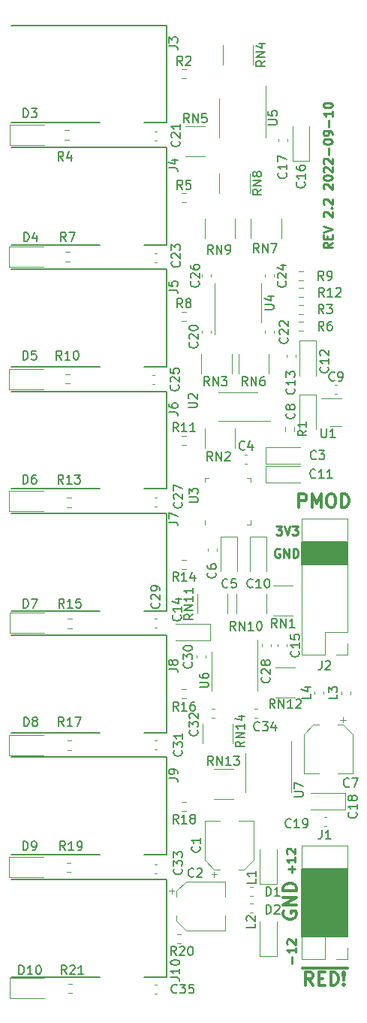
<source format=gbr>
%TF.GenerationSoftware,KiCad,Pcbnew,(6.0.7)*%
%TF.CreationDate,2022-09-10T19:48:32+02:00*%
%TF.ProjectId,eurorack-pmod-pcb,6575726f-7261-4636-9b2d-706d6f642d70,rev?*%
%TF.SameCoordinates,Original*%
%TF.FileFunction,Legend,Top*%
%TF.FilePolarity,Positive*%
%FSLAX46Y46*%
G04 Gerber Fmt 4.6, Leading zero omitted, Abs format (unit mm)*
G04 Created by KiCad (PCBNEW (6.0.7)) date 2022-09-10 19:48:32*
%MOMM*%
%LPD*%
G01*
G04 APERTURE LIST*
%ADD10C,0.150000*%
%ADD11C,0.250000*%
%ADD12C,0.375000*%
%ADD13C,0.120000*%
%ADD14C,0.200000*%
G04 APERTURE END LIST*
D10*
X13311223Y-58419999D02*
X18391223Y-58419999D01*
X18391223Y-58419999D02*
X18391223Y-60959999D01*
X18391223Y-60959999D02*
X13311223Y-60959999D01*
X13311223Y-60959999D02*
X13311223Y-58419999D01*
G36*
X13311223Y-58419999D02*
G01*
X18391223Y-58419999D01*
X18391223Y-60959999D01*
X13311223Y-60959999D01*
X13311223Y-58419999D01*
G37*
X13265000Y-95250000D02*
X18410000Y-95250000D01*
X18410000Y-95250000D02*
X18410000Y-102865000D01*
X18410000Y-102865000D02*
X13265000Y-102865000D01*
X13265000Y-102865000D02*
X13265000Y-95250000D01*
G36*
X13265000Y-95250000D02*
G01*
X18410000Y-95250000D01*
X18410000Y-102865000D01*
X13265000Y-102865000D01*
X13265000Y-95250000D01*
G37*
D11*
X12204175Y-105898129D02*
X12204175Y-105136224D01*
X12585127Y-104136224D02*
X12585127Y-104707653D01*
X12585127Y-104421938D02*
X11585127Y-104421938D01*
X11727985Y-104517176D01*
X11823223Y-104612415D01*
X11870842Y-104707653D01*
X11680366Y-103755272D02*
X11632747Y-103707653D01*
X11585127Y-103612415D01*
X11585127Y-103374319D01*
X11632747Y-103279081D01*
X11680366Y-103231462D01*
X11775604Y-103183843D01*
X11870842Y-103183843D01*
X12013699Y-103231462D01*
X12585127Y-103802891D01*
X12585127Y-103183843D01*
X16708380Y-24716428D02*
X16232190Y-25049761D01*
X16708380Y-25287857D02*
X15708380Y-25287857D01*
X15708380Y-24906904D01*
X15756000Y-24811666D01*
X15803619Y-24764047D01*
X15898857Y-24716428D01*
X16041714Y-24716428D01*
X16136952Y-24764047D01*
X16184571Y-24811666D01*
X16232190Y-24906904D01*
X16232190Y-25287857D01*
X16184571Y-24287857D02*
X16184571Y-23954523D01*
X16708380Y-23811666D02*
X16708380Y-24287857D01*
X15708380Y-24287857D01*
X15708380Y-23811666D01*
X15708380Y-23525952D02*
X16708380Y-23192619D01*
X15708380Y-22859285D01*
X15803619Y-21811666D02*
X15756000Y-21764047D01*
X15708380Y-21668809D01*
X15708380Y-21430714D01*
X15756000Y-21335476D01*
X15803619Y-21287857D01*
X15898857Y-21240238D01*
X15994095Y-21240238D01*
X16136952Y-21287857D01*
X16708380Y-21859285D01*
X16708380Y-21240238D01*
X16613142Y-20811666D02*
X16660761Y-20764047D01*
X16708380Y-20811666D01*
X16660761Y-20859285D01*
X16613142Y-20811666D01*
X16708380Y-20811666D01*
X15803619Y-20383095D02*
X15756000Y-20335476D01*
X15708380Y-20240238D01*
X15708380Y-20002142D01*
X15756000Y-19906904D01*
X15803619Y-19859285D01*
X15898857Y-19811666D01*
X15994095Y-19811666D01*
X16136952Y-19859285D01*
X16708380Y-20430714D01*
X16708380Y-19811666D01*
X15803619Y-18668809D02*
X15756000Y-18621190D01*
X15708380Y-18525952D01*
X15708380Y-18287857D01*
X15756000Y-18192619D01*
X15803619Y-18145000D01*
X15898857Y-18097380D01*
X15994095Y-18097380D01*
X16136952Y-18145000D01*
X16708380Y-18716428D01*
X16708380Y-18097380D01*
X15708380Y-17478333D02*
X15708380Y-17383095D01*
X15756000Y-17287857D01*
X15803619Y-17240238D01*
X15898857Y-17192619D01*
X16089333Y-17145000D01*
X16327428Y-17145000D01*
X16517904Y-17192619D01*
X16613142Y-17240238D01*
X16660761Y-17287857D01*
X16708380Y-17383095D01*
X16708380Y-17478333D01*
X16660761Y-17573571D01*
X16613142Y-17621190D01*
X16517904Y-17668809D01*
X16327428Y-17716428D01*
X16089333Y-17716428D01*
X15898857Y-17668809D01*
X15803619Y-17621190D01*
X15756000Y-17573571D01*
X15708380Y-17478333D01*
X15803619Y-16764047D02*
X15756000Y-16716428D01*
X15708380Y-16621190D01*
X15708380Y-16383095D01*
X15756000Y-16287857D01*
X15803619Y-16240238D01*
X15898857Y-16192619D01*
X15994095Y-16192619D01*
X16136952Y-16240238D01*
X16708380Y-16811666D01*
X16708380Y-16192619D01*
X15803619Y-15811666D02*
X15756000Y-15764047D01*
X15708380Y-15668809D01*
X15708380Y-15430714D01*
X15756000Y-15335476D01*
X15803619Y-15287857D01*
X15898857Y-15240238D01*
X15994095Y-15240238D01*
X16136952Y-15287857D01*
X16708380Y-15859285D01*
X16708380Y-15240238D01*
X16327428Y-14811666D02*
X16327428Y-14049761D01*
X15708380Y-13383095D02*
X15708380Y-13287857D01*
X15756000Y-13192619D01*
X15803619Y-13145000D01*
X15898857Y-13097380D01*
X16089333Y-13049761D01*
X16327428Y-13049761D01*
X16517904Y-13097380D01*
X16613142Y-13145000D01*
X16660761Y-13192619D01*
X16708380Y-13287857D01*
X16708380Y-13383095D01*
X16660761Y-13478333D01*
X16613142Y-13525952D01*
X16517904Y-13573571D01*
X16327428Y-13621190D01*
X16089333Y-13621190D01*
X15898857Y-13573571D01*
X15803619Y-13525952D01*
X15756000Y-13478333D01*
X15708380Y-13383095D01*
X16708380Y-12573571D02*
X16708380Y-12383095D01*
X16660761Y-12287857D01*
X16613142Y-12240238D01*
X16470285Y-12145000D01*
X16279809Y-12097380D01*
X15898857Y-12097380D01*
X15803619Y-12145000D01*
X15756000Y-12192619D01*
X15708380Y-12287857D01*
X15708380Y-12478333D01*
X15756000Y-12573571D01*
X15803619Y-12621190D01*
X15898857Y-12668809D01*
X16136952Y-12668809D01*
X16232190Y-12621190D01*
X16279809Y-12573571D01*
X16327428Y-12478333D01*
X16327428Y-12287857D01*
X16279809Y-12192619D01*
X16232190Y-12145000D01*
X16136952Y-12097380D01*
X16327428Y-11668809D02*
X16327428Y-10906904D01*
X16708380Y-9906904D02*
X16708380Y-10478333D01*
X16708380Y-10192619D02*
X15708380Y-10192619D01*
X15851238Y-10287857D01*
X15946476Y-10383095D01*
X15994095Y-10478333D01*
X15708380Y-9287857D02*
X15708380Y-9192619D01*
X15756000Y-9097380D01*
X15803619Y-9049761D01*
X15898857Y-9002142D01*
X16089333Y-8954523D01*
X16327428Y-8954523D01*
X16517904Y-9002142D01*
X16613142Y-9049761D01*
X16660761Y-9097380D01*
X16708380Y-9192619D01*
X16708380Y-9287857D01*
X16660761Y-9383095D01*
X16613142Y-9430714D01*
X16517904Y-9478333D01*
X16327428Y-9525952D01*
X16089333Y-9525952D01*
X15898857Y-9478333D01*
X15803619Y-9430714D01*
X15756000Y-9383095D01*
X15708380Y-9287857D01*
D12*
X11271787Y-100048684D02*
X11200358Y-100191541D01*
X11200358Y-100405827D01*
X11271787Y-100620112D01*
X11414644Y-100762969D01*
X11557501Y-100834398D01*
X11843215Y-100905827D01*
X12057501Y-100905827D01*
X12343215Y-100834398D01*
X12486072Y-100762969D01*
X12628929Y-100620112D01*
X12700358Y-100405827D01*
X12700358Y-100262969D01*
X12628929Y-100048684D01*
X12557501Y-99977255D01*
X12057501Y-99977255D01*
X12057501Y-100262969D01*
X12700358Y-99334398D02*
X11200358Y-99334398D01*
X12700358Y-98477255D01*
X11200358Y-98477255D01*
X12700358Y-97762969D02*
X11200358Y-97762969D01*
X11200358Y-97405827D01*
X11271787Y-97191541D01*
X11414644Y-97048684D01*
X11557501Y-96977255D01*
X11843215Y-96905827D01*
X12057501Y-96905827D01*
X12343215Y-96977255D01*
X12486072Y-97048684D01*
X12628929Y-97191541D01*
X12700358Y-97405827D01*
X12700358Y-97762969D01*
D11*
X10392293Y-56674450D02*
X11011341Y-56674450D01*
X10678008Y-57055403D01*
X10820865Y-57055403D01*
X10916103Y-57103022D01*
X10963722Y-57150641D01*
X11011341Y-57245879D01*
X11011341Y-57483974D01*
X10963722Y-57579212D01*
X10916103Y-57626831D01*
X10820865Y-57674450D01*
X10535150Y-57674450D01*
X10439912Y-57626831D01*
X10392293Y-57579212D01*
X11297055Y-56674450D02*
X11630389Y-57674450D01*
X11963722Y-56674450D01*
X12201817Y-56674450D02*
X12820865Y-56674450D01*
X12487531Y-57055403D01*
X12630389Y-57055403D01*
X12725627Y-57103022D01*
X12773246Y-57150641D01*
X12820865Y-57245879D01*
X12820865Y-57483974D01*
X12773246Y-57579212D01*
X12725627Y-57626831D01*
X12630389Y-57674450D01*
X12344674Y-57674450D01*
X12249436Y-57626831D01*
X12201817Y-57579212D01*
D12*
X13334285Y-106451000D02*
X14834285Y-106451000D01*
X14548571Y-108374571D02*
X14048571Y-107660285D01*
X13691428Y-108374571D02*
X13691428Y-106874571D01*
X14262857Y-106874571D01*
X14405714Y-106946000D01*
X14477142Y-107017428D01*
X14548571Y-107160285D01*
X14548571Y-107374571D01*
X14477142Y-107517428D01*
X14405714Y-107588857D01*
X14262857Y-107660285D01*
X13691428Y-107660285D01*
X14834285Y-106451000D02*
X16191428Y-106451000D01*
X15191428Y-107588857D02*
X15691428Y-107588857D01*
X15905714Y-108374571D02*
X15191428Y-108374571D01*
X15191428Y-106874571D01*
X15905714Y-106874571D01*
X16191428Y-106451000D02*
X17691428Y-106451000D01*
X16548571Y-108374571D02*
X16548571Y-106874571D01*
X16905714Y-106874571D01*
X17120000Y-106946000D01*
X17262857Y-107088857D01*
X17334285Y-107231714D01*
X17405714Y-107517428D01*
X17405714Y-107731714D01*
X17334285Y-108017428D01*
X17262857Y-108160285D01*
X17120000Y-108303142D01*
X16905714Y-108374571D01*
X16548571Y-108374571D01*
X17691428Y-106451000D02*
X18405714Y-106451000D01*
X18048571Y-108231714D02*
X18120000Y-108303142D01*
X18048571Y-108374571D01*
X17977142Y-108303142D01*
X18048571Y-108231714D01*
X18048571Y-108374571D01*
X18048571Y-107803142D02*
X17977142Y-106946000D01*
X18048571Y-106874571D01*
X18120000Y-106946000D01*
X18048571Y-107803142D01*
X18048571Y-106874571D01*
X12962285Y-54526571D02*
X12962285Y-53026571D01*
X13533714Y-53026571D01*
X13676571Y-53098000D01*
X13748000Y-53169428D01*
X13819428Y-53312285D01*
X13819428Y-53526571D01*
X13748000Y-53669428D01*
X13676571Y-53740857D01*
X13533714Y-53812285D01*
X12962285Y-53812285D01*
X14462285Y-54526571D02*
X14462285Y-53026571D01*
X14962285Y-54098000D01*
X15462285Y-53026571D01*
X15462285Y-54526571D01*
X16462285Y-53026571D02*
X16748000Y-53026571D01*
X16890857Y-53098000D01*
X17033714Y-53240857D01*
X17105142Y-53526571D01*
X17105142Y-54026571D01*
X17033714Y-54312285D01*
X16890857Y-54455142D01*
X16748000Y-54526571D01*
X16462285Y-54526571D01*
X16319428Y-54455142D01*
X16176571Y-54312285D01*
X16105142Y-54026571D01*
X16105142Y-53526571D01*
X16176571Y-53240857D01*
X16319428Y-53098000D01*
X16462285Y-53026571D01*
X17748000Y-54526571D02*
X17748000Y-53026571D01*
X18105142Y-53026571D01*
X18319428Y-53098000D01*
X18462285Y-53240857D01*
X18533714Y-53383714D01*
X18605142Y-53669428D01*
X18605142Y-53883714D01*
X18533714Y-54169428D01*
X18462285Y-54312285D01*
X18319428Y-54455142D01*
X18105142Y-54526571D01*
X17748000Y-54526571D01*
D11*
X12167189Y-95689793D02*
X12167189Y-94927888D01*
X12548141Y-95308840D02*
X11786237Y-95308840D01*
X12548141Y-93927888D02*
X12548141Y-94499317D01*
X12548141Y-94213602D02*
X11548141Y-94213602D01*
X11690999Y-94308840D01*
X11786237Y-94404079D01*
X11833856Y-94499317D01*
X11643380Y-93546936D02*
X11595761Y-93499317D01*
X11548141Y-93404079D01*
X11548141Y-93165983D01*
X11595761Y-93070745D01*
X11643380Y-93023126D01*
X11738618Y-92975507D01*
X11833856Y-92975507D01*
X11976713Y-93023126D01*
X12548141Y-93594555D01*
X12548141Y-92975507D01*
X10794510Y-59237168D02*
X10699272Y-59189548D01*
X10556415Y-59189548D01*
X10413557Y-59237168D01*
X10318319Y-59332406D01*
X10270700Y-59427644D01*
X10223081Y-59618120D01*
X10223081Y-59760977D01*
X10270700Y-59951453D01*
X10318319Y-60046691D01*
X10413557Y-60141929D01*
X10556415Y-60189548D01*
X10651653Y-60189548D01*
X10794510Y-60141929D01*
X10842129Y-60094310D01*
X10842129Y-59760977D01*
X10651653Y-59760977D01*
X11270700Y-60189548D02*
X11270700Y-59189548D01*
X11842129Y-60189548D01*
X11842129Y-59189548D01*
X12318319Y-60189548D02*
X12318319Y-59189548D01*
X12556415Y-59189548D01*
X12699272Y-59237168D01*
X12794510Y-59332406D01*
X12842129Y-59427644D01*
X12889748Y-59618120D01*
X12889748Y-59760977D01*
X12842129Y-59951453D01*
X12794510Y-60046691D01*
X12699272Y-60141929D01*
X12556415Y-60189548D01*
X12318319Y-60189548D01*
D10*
%TO.C,R5*%
X-166666Y-18707380D02*
X-500000Y-18231190D01*
X-738095Y-18707380D02*
X-738095Y-17707380D01*
X-357142Y-17707380D01*
X-261904Y-17755000D01*
X-214285Y-17802619D01*
X-166666Y-17897857D01*
X-166666Y-18040714D01*
X-214285Y-18135952D01*
X-261904Y-18183571D01*
X-357142Y-18231190D01*
X-738095Y-18231190D01*
X738095Y-17707380D02*
X261904Y-17707380D01*
X214285Y-18183571D01*
X261904Y-18135952D01*
X357142Y-18088333D01*
X595238Y-18088333D01*
X690476Y-18135952D01*
X738095Y-18183571D01*
X785714Y-18278809D01*
X785714Y-18516904D01*
X738095Y-18612142D01*
X690476Y-18659761D01*
X595238Y-18707380D01*
X357142Y-18707380D01*
X261904Y-18659761D01*
X214285Y-18612142D01*
%TO.C,C20*%
X1467142Y-35948857D02*
X1514761Y-35996476D01*
X1562380Y-36139333D01*
X1562380Y-36234571D01*
X1514761Y-36377428D01*
X1419523Y-36472666D01*
X1324285Y-36520285D01*
X1133809Y-36567904D01*
X990952Y-36567904D01*
X800476Y-36520285D01*
X705238Y-36472666D01*
X610000Y-36377428D01*
X562380Y-36234571D01*
X562380Y-36139333D01*
X610000Y-35996476D01*
X657619Y-35948857D01*
X657619Y-35567904D02*
X610000Y-35520285D01*
X562380Y-35425047D01*
X562380Y-35186952D01*
X610000Y-35091714D01*
X657619Y-35044095D01*
X752857Y-34996476D01*
X848095Y-34996476D01*
X990952Y-35044095D01*
X1562380Y-35615523D01*
X1562380Y-34996476D01*
X562380Y-34377428D02*
X562380Y-34282190D01*
X610000Y-34186952D01*
X657619Y-34139333D01*
X752857Y-34091714D01*
X943333Y-34044095D01*
X1181428Y-34044095D01*
X1371904Y-34091714D01*
X1467142Y-34139333D01*
X1514761Y-34186952D01*
X1562380Y-34282190D01*
X1562380Y-34377428D01*
X1514761Y-34472666D01*
X1467142Y-34520285D01*
X1371904Y-34567904D01*
X1181428Y-34615523D01*
X943333Y-34615523D01*
X752857Y-34567904D01*
X657619Y-34520285D01*
X610000Y-34472666D01*
X562380Y-34377428D01*
%TO.C,D8*%
X-18060895Y-79192380D02*
X-18060895Y-78192380D01*
X-17822800Y-78192380D01*
X-17679942Y-78240000D01*
X-17584704Y-78335238D01*
X-17537085Y-78430476D01*
X-17489466Y-78620952D01*
X-17489466Y-78763809D01*
X-17537085Y-78954285D01*
X-17584704Y-79049523D01*
X-17679942Y-79144761D01*
X-17822800Y-79192380D01*
X-18060895Y-79192380D01*
X-16918038Y-78620952D02*
X-17013276Y-78573333D01*
X-17060895Y-78525714D01*
X-17108514Y-78430476D01*
X-17108514Y-78382857D01*
X-17060895Y-78287619D01*
X-17013276Y-78240000D01*
X-16918038Y-78192380D01*
X-16727561Y-78192380D01*
X-16632323Y-78240000D01*
X-16584704Y-78287619D01*
X-16537085Y-78382857D01*
X-16537085Y-78430476D01*
X-16584704Y-78525714D01*
X-16632323Y-78573333D01*
X-16727561Y-78620952D01*
X-16918038Y-78620952D01*
X-17013276Y-78668571D01*
X-17060895Y-78716190D01*
X-17108514Y-78811428D01*
X-17108514Y-79001904D01*
X-17060895Y-79097142D01*
X-17013276Y-79144761D01*
X-16918038Y-79192380D01*
X-16727561Y-79192380D01*
X-16632323Y-79144761D01*
X-16584704Y-79097142D01*
X-16537085Y-79001904D01*
X-16537085Y-78811428D01*
X-16584704Y-78716190D01*
X-16632323Y-78668571D01*
X-16727561Y-78620952D01*
%TO.C,U7*%
X12427380Y-87121904D02*
X13236904Y-87121904D01*
X13332142Y-87074285D01*
X13379761Y-87026666D01*
X13427380Y-86931428D01*
X13427380Y-86740952D01*
X13379761Y-86645714D01*
X13332142Y-86598095D01*
X13236904Y-86550476D01*
X12427380Y-86550476D01*
X12427380Y-86169523D02*
X12427380Y-85502857D01*
X13427380Y-85931428D01*
%TO.C,R14*%
X-642857Y-62842380D02*
X-976190Y-62366190D01*
X-1214285Y-62842380D02*
X-1214285Y-61842380D01*
X-833333Y-61842380D01*
X-738095Y-61890000D01*
X-690476Y-61937619D01*
X-642857Y-62032857D01*
X-642857Y-62175714D01*
X-690476Y-62270952D01*
X-738095Y-62318571D01*
X-833333Y-62366190D01*
X-1214285Y-62366190D01*
X309523Y-62842380D02*
X-261904Y-62842380D01*
X23809Y-62842380D02*
X23809Y-61842380D01*
X-71428Y-61985238D01*
X-166666Y-62080476D01*
X-261904Y-62128095D01*
X1166666Y-62175714D02*
X1166666Y-62842380D01*
X928571Y-61794761D02*
X690476Y-62509047D01*
X1309523Y-62509047D01*
%TO.C,R9*%
X15751248Y-28936195D02*
X15417915Y-28460005D01*
X15179819Y-28936195D02*
X15179819Y-27936195D01*
X15560772Y-27936195D01*
X15656010Y-27983815D01*
X15703629Y-28031434D01*
X15751248Y-28126672D01*
X15751248Y-28269529D01*
X15703629Y-28364767D01*
X15656010Y-28412386D01*
X15560772Y-28460005D01*
X15179819Y-28460005D01*
X16227438Y-28936195D02*
X16417915Y-28936195D01*
X16513153Y-28888576D01*
X16560772Y-28840957D01*
X16656010Y-28698100D01*
X16703629Y-28507624D01*
X16703629Y-28126672D01*
X16656010Y-28031434D01*
X16608391Y-27983815D01*
X16513153Y-27936195D01*
X16322676Y-27936195D01*
X16227438Y-27983815D01*
X16179819Y-28031434D01*
X16132200Y-28126672D01*
X16132200Y-28364767D01*
X16179819Y-28460005D01*
X16227438Y-28507624D01*
X16322676Y-28555243D01*
X16513153Y-28555243D01*
X16608391Y-28507624D01*
X16656010Y-28460005D01*
X16703629Y-28364767D01*
%TO.C,C4*%
X6837668Y-47990629D02*
X6790049Y-48038248D01*
X6647192Y-48085867D01*
X6551954Y-48085867D01*
X6409096Y-48038248D01*
X6313858Y-47943010D01*
X6266239Y-47847772D01*
X6218620Y-47657296D01*
X6218620Y-47514439D01*
X6266239Y-47323963D01*
X6313858Y-47228725D01*
X6409096Y-47133487D01*
X6551954Y-47085867D01*
X6647192Y-47085867D01*
X6790049Y-47133487D01*
X6837668Y-47181106D01*
X7694811Y-47419201D02*
X7694811Y-48085867D01*
X7456715Y-47038248D02*
X7218620Y-47752534D01*
X7837668Y-47752534D01*
%TO.C,C15*%
X12930142Y-70746857D02*
X12977761Y-70794476D01*
X13025380Y-70937333D01*
X13025380Y-71032571D01*
X12977761Y-71175428D01*
X12882523Y-71270666D01*
X12787285Y-71318285D01*
X12596809Y-71365904D01*
X12453952Y-71365904D01*
X12263476Y-71318285D01*
X12168238Y-71270666D01*
X12073000Y-71175428D01*
X12025380Y-71032571D01*
X12025380Y-70937333D01*
X12073000Y-70794476D01*
X12120619Y-70746857D01*
X13025380Y-69794476D02*
X13025380Y-70365904D01*
X13025380Y-70080190D02*
X12025380Y-70080190D01*
X12168238Y-70175428D01*
X12263476Y-70270666D01*
X12311095Y-70365904D01*
X12025380Y-68889714D02*
X12025380Y-69365904D01*
X12501571Y-69413523D01*
X12453952Y-69365904D01*
X12406333Y-69270666D01*
X12406333Y-69032571D01*
X12453952Y-68937333D01*
X12501571Y-68889714D01*
X12596809Y-68842095D01*
X12834904Y-68842095D01*
X12930142Y-68889714D01*
X12977761Y-68937333D01*
X13025380Y-69032571D01*
X13025380Y-69270666D01*
X12977761Y-69365904D01*
X12930142Y-69413523D01*
%TO.C,R4*%
X-13611924Y-15489180D02*
X-13945258Y-15012990D01*
X-14183353Y-15489180D02*
X-14183353Y-14489180D01*
X-13802400Y-14489180D01*
X-13707162Y-14536800D01*
X-13659543Y-14584419D01*
X-13611924Y-14679657D01*
X-13611924Y-14822514D01*
X-13659543Y-14917752D01*
X-13707162Y-14965371D01*
X-13802400Y-15012990D01*
X-14183353Y-15012990D01*
X-12754781Y-14822514D02*
X-12754781Y-15489180D01*
X-12992877Y-14441561D02*
X-13230972Y-15155847D01*
X-12611924Y-15155847D01*
%TO.C,R15*%
X-13520657Y-65857380D02*
X-13853990Y-65381190D01*
X-14092085Y-65857380D02*
X-14092085Y-64857380D01*
X-13711133Y-64857380D01*
X-13615895Y-64905000D01*
X-13568276Y-64952619D01*
X-13520657Y-65047857D01*
X-13520657Y-65190714D01*
X-13568276Y-65285952D01*
X-13615895Y-65333571D01*
X-13711133Y-65381190D01*
X-14092085Y-65381190D01*
X-12568276Y-65857380D02*
X-13139704Y-65857380D01*
X-12853990Y-65857380D02*
X-12853990Y-64857380D01*
X-12949228Y-65000238D01*
X-13044466Y-65095476D01*
X-13139704Y-65143095D01*
X-11663514Y-64857380D02*
X-12139704Y-64857380D01*
X-12187323Y-65333571D01*
X-12139704Y-65285952D01*
X-12044466Y-65238333D01*
X-11806371Y-65238333D01*
X-11711133Y-65285952D01*
X-11663514Y-65333571D01*
X-11615895Y-65428809D01*
X-11615895Y-65666904D01*
X-11663514Y-65762142D01*
X-11711133Y-65809761D01*
X-11806371Y-65857380D01*
X-12044466Y-65857380D01*
X-12139704Y-65809761D01*
X-12187323Y-65762142D01*
%TO.C,D5*%
X-18162495Y-37917380D02*
X-18162495Y-36917380D01*
X-17924400Y-36917380D01*
X-17781542Y-36965000D01*
X-17686304Y-37060238D01*
X-17638685Y-37155476D01*
X-17591066Y-37345952D01*
X-17591066Y-37488809D01*
X-17638685Y-37679285D01*
X-17686304Y-37774523D01*
X-17781542Y-37869761D01*
X-17924400Y-37917380D01*
X-18162495Y-37917380D01*
X-16686304Y-36917380D02*
X-17162495Y-36917380D01*
X-17210114Y-37393571D01*
X-17162495Y-37345952D01*
X-17067257Y-37298333D01*
X-16829161Y-37298333D01*
X-16733923Y-37345952D01*
X-16686304Y-37393571D01*
X-16638685Y-37488809D01*
X-16638685Y-37726904D01*
X-16686304Y-37822142D01*
X-16733923Y-37869761D01*
X-16829161Y-37917380D01*
X-17067257Y-37917380D01*
X-17162495Y-37869761D01*
X-17210114Y-37822142D01*
%TO.C,C23*%
X-513313Y-26841237D02*
X-465694Y-26888856D01*
X-418075Y-27031713D01*
X-418075Y-27126951D01*
X-465694Y-27269808D01*
X-560932Y-27365046D01*
X-656170Y-27412665D01*
X-846646Y-27460284D01*
X-989503Y-27460284D01*
X-1179979Y-27412665D01*
X-1275217Y-27365046D01*
X-1370456Y-27269808D01*
X-1418075Y-27126951D01*
X-1418075Y-27031713D01*
X-1370456Y-26888856D01*
X-1322836Y-26841237D01*
X-1322836Y-26460284D02*
X-1370456Y-26412665D01*
X-1418075Y-26317427D01*
X-1418075Y-26079332D01*
X-1370456Y-25984094D01*
X-1322836Y-25936475D01*
X-1227598Y-25888856D01*
X-1132360Y-25888856D01*
X-989503Y-25936475D01*
X-418075Y-26507903D01*
X-418075Y-25888856D01*
X-1418075Y-25555522D02*
X-1418075Y-24936475D01*
X-1037122Y-25269808D01*
X-1037122Y-25126951D01*
X-989503Y-25031713D01*
X-941884Y-24984094D01*
X-846646Y-24936475D01*
X-608551Y-24936475D01*
X-513313Y-24984094D01*
X-465694Y-25031713D01*
X-418075Y-25126951D01*
X-418075Y-25412665D01*
X-465694Y-25507903D01*
X-513313Y-25555522D01*
%TO.C,D2*%
X9269504Y-100325180D02*
X9269504Y-99325180D01*
X9507600Y-99325180D01*
X9650457Y-99372800D01*
X9745695Y-99468038D01*
X9793314Y-99563276D01*
X9840933Y-99753752D01*
X9840933Y-99896609D01*
X9793314Y-100087085D01*
X9745695Y-100182323D01*
X9650457Y-100277561D01*
X9507600Y-100325180D01*
X9269504Y-100325180D01*
X10221885Y-99420419D02*
X10269504Y-99372800D01*
X10364742Y-99325180D01*
X10602838Y-99325180D01*
X10698076Y-99372800D01*
X10745695Y-99420419D01*
X10793314Y-99515657D01*
X10793314Y-99610895D01*
X10745695Y-99753752D01*
X10174266Y-100325180D01*
X10793314Y-100325180D01*
%TO.C,R6*%
X15771333Y-34615380D02*
X15438000Y-34139190D01*
X15199904Y-34615380D02*
X15199904Y-33615380D01*
X15580857Y-33615380D01*
X15676095Y-33663000D01*
X15723714Y-33710619D01*
X15771333Y-33805857D01*
X15771333Y-33948714D01*
X15723714Y-34043952D01*
X15676095Y-34091571D01*
X15580857Y-34139190D01*
X15199904Y-34139190D01*
X16628476Y-33615380D02*
X16438000Y-33615380D01*
X16342761Y-33663000D01*
X16295142Y-33710619D01*
X16199904Y-33853476D01*
X16152285Y-34043952D01*
X16152285Y-34424904D01*
X16199904Y-34520142D01*
X16247523Y-34567761D01*
X16342761Y-34615380D01*
X16533238Y-34615380D01*
X16628476Y-34567761D01*
X16676095Y-34520142D01*
X16723714Y-34424904D01*
X16723714Y-34186809D01*
X16676095Y-34091571D01*
X16628476Y-34043952D01*
X16533238Y-33996333D01*
X16342761Y-33996333D01*
X16247523Y-34043952D01*
X16199904Y-34091571D01*
X16152285Y-34186809D01*
%TO.C,C11*%
X14829542Y-51157142D02*
X14781923Y-51204761D01*
X14639066Y-51252380D01*
X14543828Y-51252380D01*
X14400971Y-51204761D01*
X14305733Y-51109523D01*
X14258114Y-51014285D01*
X14210495Y-50823809D01*
X14210495Y-50680952D01*
X14258114Y-50490476D01*
X14305733Y-50395238D01*
X14400971Y-50300000D01*
X14543828Y-50252380D01*
X14639066Y-50252380D01*
X14781923Y-50300000D01*
X14829542Y-50347619D01*
X15781923Y-51252380D02*
X15210495Y-51252380D01*
X15496209Y-51252380D02*
X15496209Y-50252380D01*
X15400971Y-50395238D01*
X15305733Y-50490476D01*
X15210495Y-50538095D01*
X16734304Y-51252380D02*
X16162876Y-51252380D01*
X16448590Y-51252380D02*
X16448590Y-50252380D01*
X16353352Y-50395238D01*
X16258114Y-50490476D01*
X16162876Y-50538095D01*
%TO.C,D7*%
X-18137095Y-65857380D02*
X-18137095Y-64857380D01*
X-17899000Y-64857380D01*
X-17756142Y-64905000D01*
X-17660904Y-65000238D01*
X-17613285Y-65095476D01*
X-17565666Y-65285952D01*
X-17565666Y-65428809D01*
X-17613285Y-65619285D01*
X-17660904Y-65714523D01*
X-17756142Y-65809761D01*
X-17899000Y-65857380D01*
X-18137095Y-65857380D01*
X-17232333Y-64857380D02*
X-16565666Y-64857380D01*
X-16994238Y-65857380D01*
%TO.C,C31*%
X-277857Y-81922857D02*
X-230238Y-81970476D01*
X-182619Y-82113333D01*
X-182619Y-82208571D01*
X-230238Y-82351428D01*
X-325476Y-82446666D01*
X-420714Y-82494285D01*
X-611190Y-82541904D01*
X-754047Y-82541904D01*
X-944523Y-82494285D01*
X-1039761Y-82446666D01*
X-1135000Y-82351428D01*
X-1182619Y-82208571D01*
X-1182619Y-82113333D01*
X-1135000Y-81970476D01*
X-1087380Y-81922857D01*
X-1182619Y-81589523D02*
X-1182619Y-80970476D01*
X-801666Y-81303809D01*
X-801666Y-81160952D01*
X-754047Y-81065714D01*
X-706428Y-81018095D01*
X-611190Y-80970476D01*
X-373095Y-80970476D01*
X-277857Y-81018095D01*
X-230238Y-81065714D01*
X-182619Y-81160952D01*
X-182619Y-81446666D01*
X-230238Y-81541904D01*
X-277857Y-81589523D01*
X-182619Y-80018095D02*
X-182619Y-80589523D01*
X-182619Y-80303809D02*
X-1182619Y-80303809D01*
X-1039761Y-80399047D01*
X-944523Y-80494285D01*
X-896904Y-80589523D01*
%TO.C,C34*%
X8501142Y-79605142D02*
X8453523Y-79652761D01*
X8310666Y-79700380D01*
X8215428Y-79700380D01*
X8072571Y-79652761D01*
X7977333Y-79557523D01*
X7929714Y-79462285D01*
X7882095Y-79271809D01*
X7882095Y-79128952D01*
X7929714Y-78938476D01*
X7977333Y-78843238D01*
X8072571Y-78748000D01*
X8215428Y-78700380D01*
X8310666Y-78700380D01*
X8453523Y-78748000D01*
X8501142Y-78795619D01*
X8834476Y-78700380D02*
X9453523Y-78700380D01*
X9120190Y-79081333D01*
X9263047Y-79081333D01*
X9358285Y-79128952D01*
X9405904Y-79176571D01*
X9453523Y-79271809D01*
X9453523Y-79509904D01*
X9405904Y-79605142D01*
X9358285Y-79652761D01*
X9263047Y-79700380D01*
X8977333Y-79700380D01*
X8882095Y-79652761D01*
X8834476Y-79605142D01*
X10310666Y-79033714D02*
X10310666Y-79700380D01*
X10072571Y-78652761D02*
X9834476Y-79367047D01*
X10453523Y-79367047D01*
%TO.C,C22*%
X11660142Y-35440857D02*
X11707761Y-35488476D01*
X11755380Y-35631333D01*
X11755380Y-35726571D01*
X11707761Y-35869428D01*
X11612523Y-35964666D01*
X11517285Y-36012285D01*
X11326809Y-36059904D01*
X11183952Y-36059904D01*
X10993476Y-36012285D01*
X10898238Y-35964666D01*
X10803000Y-35869428D01*
X10755380Y-35726571D01*
X10755380Y-35631333D01*
X10803000Y-35488476D01*
X10850619Y-35440857D01*
X10850619Y-35059904D02*
X10803000Y-35012285D01*
X10755380Y-34917047D01*
X10755380Y-34678952D01*
X10803000Y-34583714D01*
X10850619Y-34536095D01*
X10945857Y-34488476D01*
X11041095Y-34488476D01*
X11183952Y-34536095D01*
X11755380Y-35107523D01*
X11755380Y-34488476D01*
X10850619Y-34107523D02*
X10803000Y-34059904D01*
X10755380Y-33964666D01*
X10755380Y-33726571D01*
X10803000Y-33631333D01*
X10850619Y-33583714D01*
X10945857Y-33536095D01*
X11041095Y-33536095D01*
X11183952Y-33583714D01*
X11755380Y-34155142D01*
X11755380Y-33536095D01*
%TO.C,RN14*%
X6802380Y-80922666D02*
X6326190Y-81256000D01*
X6802380Y-81494095D02*
X5802380Y-81494095D01*
X5802380Y-81113142D01*
X5850000Y-81017904D01*
X5897619Y-80970285D01*
X5992857Y-80922666D01*
X6135714Y-80922666D01*
X6230952Y-80970285D01*
X6278571Y-81017904D01*
X6326190Y-81113142D01*
X6326190Y-81494095D01*
X6802380Y-80494095D02*
X5802380Y-80494095D01*
X6802380Y-79922666D01*
X5802380Y-79922666D01*
X6802380Y-78922666D02*
X6802380Y-79494095D01*
X6802380Y-79208380D02*
X5802380Y-79208380D01*
X5945238Y-79303619D01*
X6040476Y-79398857D01*
X6088095Y-79494095D01*
X6135714Y-78065523D02*
X6802380Y-78065523D01*
X5754761Y-78303619D02*
X6469047Y-78541714D01*
X6469047Y-77922666D01*
%TO.C,D6*%
X-18162495Y-51887380D02*
X-18162495Y-50887380D01*
X-17924400Y-50887380D01*
X-17781542Y-50935000D01*
X-17686304Y-51030238D01*
X-17638685Y-51125476D01*
X-17591066Y-51315952D01*
X-17591066Y-51458809D01*
X-17638685Y-51649285D01*
X-17686304Y-51744523D01*
X-17781542Y-51839761D01*
X-17924400Y-51887380D01*
X-18162495Y-51887380D01*
X-16733923Y-50887380D02*
X-16924400Y-50887380D01*
X-17019638Y-50935000D01*
X-17067257Y-50982619D01*
X-17162495Y-51125476D01*
X-17210114Y-51315952D01*
X-17210114Y-51696904D01*
X-17162495Y-51792142D01*
X-17114876Y-51839761D01*
X-17019638Y-51887380D01*
X-16829161Y-51887380D01*
X-16733923Y-51839761D01*
X-16686304Y-51792142D01*
X-16638685Y-51696904D01*
X-16638685Y-51458809D01*
X-16686304Y-51363571D01*
X-16733923Y-51315952D01*
X-16829161Y-51268333D01*
X-17019638Y-51268333D01*
X-17114876Y-51315952D01*
X-17162495Y-51363571D01*
X-17210114Y-51458809D01*
%TO.C,R18*%
X-642857Y-90147380D02*
X-976190Y-89671190D01*
X-1214285Y-90147380D02*
X-1214285Y-89147380D01*
X-833333Y-89147380D01*
X-738095Y-89195000D01*
X-690476Y-89242619D01*
X-642857Y-89337857D01*
X-642857Y-89480714D01*
X-690476Y-89575952D01*
X-738095Y-89623571D01*
X-833333Y-89671190D01*
X-1214285Y-89671190D01*
X309523Y-90147380D02*
X-261904Y-90147380D01*
X23809Y-90147380D02*
X23809Y-89147380D01*
X-71428Y-89290238D01*
X-166666Y-89385476D01*
X-261904Y-89433095D01*
X880952Y-89575952D02*
X785714Y-89528333D01*
X738095Y-89480714D01*
X690476Y-89385476D01*
X690476Y-89337857D01*
X738095Y-89242619D01*
X785714Y-89195000D01*
X880952Y-89147380D01*
X1071428Y-89147380D01*
X1166666Y-89195000D01*
X1214285Y-89242619D01*
X1261904Y-89337857D01*
X1261904Y-89385476D01*
X1214285Y-89480714D01*
X1166666Y-89528333D01*
X1071428Y-89575952D01*
X880952Y-89575952D01*
X785714Y-89623571D01*
X738095Y-89671190D01*
X690476Y-89766428D01*
X690476Y-89956904D01*
X738095Y-90052142D01*
X785714Y-90099761D01*
X880952Y-90147380D01*
X1071428Y-90147380D01*
X1166666Y-90099761D01*
X1214285Y-90052142D01*
X1261904Y-89956904D01*
X1261904Y-89766428D01*
X1214285Y-89671190D01*
X1166666Y-89623571D01*
X1071428Y-89575952D01*
%TO.C,C9*%
X16983333Y-40202142D02*
X16935714Y-40249761D01*
X16792857Y-40297380D01*
X16697619Y-40297380D01*
X16554761Y-40249761D01*
X16459523Y-40154523D01*
X16411904Y-40059285D01*
X16364285Y-39868809D01*
X16364285Y-39725952D01*
X16411904Y-39535476D01*
X16459523Y-39440238D01*
X16554761Y-39345000D01*
X16697619Y-39297380D01*
X16792857Y-39297380D01*
X16935714Y-39345000D01*
X16983333Y-39392619D01*
X17459523Y-40297380D02*
X17650000Y-40297380D01*
X17745238Y-40249761D01*
X17792857Y-40202142D01*
X17888095Y-40059285D01*
X17935714Y-39868809D01*
X17935714Y-39487857D01*
X17888095Y-39392619D01*
X17840476Y-39345000D01*
X17745238Y-39297380D01*
X17554761Y-39297380D01*
X17459523Y-39345000D01*
X17411904Y-39392619D01*
X17364285Y-39487857D01*
X17364285Y-39725952D01*
X17411904Y-39821190D01*
X17459523Y-39868809D01*
X17554761Y-39916428D01*
X17745238Y-39916428D01*
X17840476Y-39868809D01*
X17888095Y-39821190D01*
X17935714Y-39725952D01*
%TO.C,C25*%
X-658857Y-40774857D02*
X-611238Y-40822476D01*
X-563619Y-40965333D01*
X-563619Y-41060571D01*
X-611238Y-41203428D01*
X-706476Y-41298666D01*
X-801714Y-41346285D01*
X-992190Y-41393904D01*
X-1135047Y-41393904D01*
X-1325523Y-41346285D01*
X-1420761Y-41298666D01*
X-1516000Y-41203428D01*
X-1563619Y-41060571D01*
X-1563619Y-40965333D01*
X-1516000Y-40822476D01*
X-1468380Y-40774857D01*
X-1468380Y-40393904D02*
X-1516000Y-40346285D01*
X-1563619Y-40251047D01*
X-1563619Y-40012952D01*
X-1516000Y-39917714D01*
X-1468380Y-39870095D01*
X-1373142Y-39822476D01*
X-1277904Y-39822476D01*
X-1135047Y-39870095D01*
X-563619Y-40441523D01*
X-563619Y-39822476D01*
X-1563619Y-38917714D02*
X-1563619Y-39393904D01*
X-1087428Y-39441523D01*
X-1135047Y-39393904D01*
X-1182666Y-39298666D01*
X-1182666Y-39060571D01*
X-1135047Y-38965333D01*
X-1087428Y-38917714D01*
X-992190Y-38870095D01*
X-754095Y-38870095D01*
X-658857Y-38917714D01*
X-611238Y-38965333D01*
X-563619Y-39060571D01*
X-563619Y-39298666D01*
X-611238Y-39393904D01*
X-658857Y-39441523D01*
%TO.C,U3*%
X567380Y-53966904D02*
X1376904Y-53966904D01*
X1472142Y-53919285D01*
X1519761Y-53871666D01*
X1567380Y-53776428D01*
X1567380Y-53585952D01*
X1519761Y-53490714D01*
X1472142Y-53443095D01*
X1376904Y-53395476D01*
X567380Y-53395476D01*
X567380Y-53014523D02*
X567380Y-52395476D01*
X948333Y-52728809D01*
X948333Y-52585952D01*
X995952Y-52490714D01*
X1043571Y-52443095D01*
X1138809Y-52395476D01*
X1376904Y-52395476D01*
X1472142Y-52443095D01*
X1519761Y-52490714D01*
X1567380Y-52585952D01*
X1567380Y-52871666D01*
X1519761Y-52966904D01*
X1472142Y-53014523D01*
%TO.C,C17*%
X11501142Y-16848057D02*
X11548761Y-16895676D01*
X11596380Y-17038533D01*
X11596380Y-17133771D01*
X11548761Y-17276628D01*
X11453523Y-17371866D01*
X11358285Y-17419485D01*
X11167809Y-17467104D01*
X11024952Y-17467104D01*
X10834476Y-17419485D01*
X10739238Y-17371866D01*
X10644000Y-17276628D01*
X10596380Y-17133771D01*
X10596380Y-17038533D01*
X10644000Y-16895676D01*
X10691619Y-16848057D01*
X11596380Y-15895676D02*
X11596380Y-16467104D01*
X11596380Y-16181390D02*
X10596380Y-16181390D01*
X10739238Y-16276628D01*
X10834476Y-16371866D01*
X10882095Y-16467104D01*
X10596380Y-15562342D02*
X10596380Y-14895676D01*
X11596380Y-15324247D01*
%TO.C,L3*%
X17290528Y-75601480D02*
X17290528Y-76077671D01*
X16290528Y-76077671D01*
X16290528Y-75363385D02*
X16290528Y-74744337D01*
X16671481Y-75077671D01*
X16671481Y-74934814D01*
X16719100Y-74839575D01*
X16766719Y-74791956D01*
X16861957Y-74744337D01*
X17100052Y-74744337D01*
X17195290Y-74791956D01*
X17242909Y-74839575D01*
X17290528Y-74934814D01*
X17290528Y-75220528D01*
X17242909Y-75315766D01*
X17195290Y-75363385D01*
%TO.C,J6*%
X-1717619Y-43798109D02*
X-1003333Y-43798109D01*
X-860476Y-43845728D01*
X-765238Y-43940966D01*
X-717619Y-44083823D01*
X-717619Y-44179061D01*
X-1717619Y-42893347D02*
X-1717619Y-43083823D01*
X-1670000Y-43179061D01*
X-1622380Y-43226680D01*
X-1479523Y-43321918D01*
X-1289047Y-43369537D01*
X-908095Y-43369537D01*
X-812857Y-43321918D01*
X-765238Y-43274299D01*
X-717619Y-43179061D01*
X-717619Y-42988585D01*
X-765238Y-42893347D01*
X-812857Y-42845728D01*
X-908095Y-42798109D01*
X-1146190Y-42798109D01*
X-1241428Y-42845728D01*
X-1289047Y-42893347D01*
X-1336666Y-42988585D01*
X-1336666Y-43179061D01*
X-1289047Y-43274299D01*
X-1241428Y-43321918D01*
X-1146190Y-43369537D01*
%TO.C,C33*%
X-277857Y-95257857D02*
X-230238Y-95305476D01*
X-182619Y-95448333D01*
X-182619Y-95543571D01*
X-230238Y-95686428D01*
X-325476Y-95781666D01*
X-420714Y-95829285D01*
X-611190Y-95876904D01*
X-754047Y-95876904D01*
X-944523Y-95829285D01*
X-1039761Y-95781666D01*
X-1135000Y-95686428D01*
X-1182619Y-95543571D01*
X-1182619Y-95448333D01*
X-1135000Y-95305476D01*
X-1087380Y-95257857D01*
X-1182619Y-94924523D02*
X-1182619Y-94305476D01*
X-801666Y-94638809D01*
X-801666Y-94495952D01*
X-754047Y-94400714D01*
X-706428Y-94353095D01*
X-611190Y-94305476D01*
X-373095Y-94305476D01*
X-277857Y-94353095D01*
X-230238Y-94400714D01*
X-182619Y-94495952D01*
X-182619Y-94781666D01*
X-230238Y-94876904D01*
X-277857Y-94924523D01*
X-1182619Y-93972142D02*
X-1182619Y-93353095D01*
X-801666Y-93686428D01*
X-801666Y-93543571D01*
X-754047Y-93448333D01*
X-706428Y-93400714D01*
X-611190Y-93353095D01*
X-373095Y-93353095D01*
X-277857Y-93400714D01*
X-230238Y-93448333D01*
X-182619Y-93543571D01*
X-182619Y-93829285D01*
X-230238Y-93924523D01*
X-277857Y-93972142D01*
%TO.C,RN11*%
X1027380Y-66571666D02*
X551190Y-66905000D01*
X1027380Y-67143095D02*
X27380Y-67143095D01*
X27380Y-66762142D01*
X74999Y-66666904D01*
X122619Y-66619285D01*
X217857Y-66571666D01*
X360714Y-66571666D01*
X455952Y-66619285D01*
X503571Y-66666904D01*
X551190Y-66762142D01*
X551190Y-67143095D01*
X1027380Y-66143095D02*
X27380Y-66143095D01*
X1027380Y-65571666D01*
X27380Y-65571666D01*
X1027380Y-64571666D02*
X1027380Y-65143095D01*
X1027380Y-64857380D02*
X27380Y-64857380D01*
X170238Y-64952619D01*
X265476Y-65047857D01*
X313095Y-65143095D01*
X1027380Y-63619285D02*
X1027380Y-64190714D01*
X1027380Y-63905000D02*
X27380Y-63905000D01*
X170238Y-64000238D01*
X265476Y-64095476D01*
X313095Y-64190714D01*
%TO.C,L4*%
X14262380Y-75579166D02*
X14262380Y-76055357D01*
X13262380Y-76055357D01*
X13595714Y-74817261D02*
X14262380Y-74817261D01*
X13214761Y-75055357D02*
X13929047Y-75293452D01*
X13929047Y-74674404D01*
%TO.C,C1*%
X1737142Y-92749666D02*
X1784761Y-92797285D01*
X1832380Y-92940142D01*
X1832380Y-93035380D01*
X1784761Y-93178238D01*
X1689523Y-93273476D01*
X1594285Y-93321095D01*
X1403809Y-93368714D01*
X1260952Y-93368714D01*
X1070476Y-93321095D01*
X975238Y-93273476D01*
X880000Y-93178238D01*
X832380Y-93035380D01*
X832380Y-92940142D01*
X880000Y-92797285D01*
X927619Y-92749666D01*
X1832380Y-91797285D02*
X1832380Y-92368714D01*
X1832380Y-92083000D02*
X832380Y-92083000D01*
X975238Y-92178238D01*
X1070476Y-92273476D01*
X1118095Y-92368714D01*
%TO.C,RN2*%
X3209973Y-49274707D02*
X2876640Y-48798517D01*
X2638545Y-49274707D02*
X2638545Y-48274707D01*
X3019497Y-48274707D01*
X3114735Y-48322327D01*
X3162354Y-48369946D01*
X3209973Y-48465184D01*
X3209973Y-48608041D01*
X3162354Y-48703279D01*
X3114735Y-48750898D01*
X3019497Y-48798517D01*
X2638545Y-48798517D01*
X3638545Y-49274707D02*
X3638545Y-48274707D01*
X4209973Y-49274707D01*
X4209973Y-48274707D01*
X4638545Y-48369946D02*
X4686164Y-48322327D01*
X4781402Y-48274707D01*
X5019497Y-48274707D01*
X5114735Y-48322327D01*
X5162354Y-48369946D01*
X5209973Y-48465184D01*
X5209973Y-48560422D01*
X5162354Y-48703279D01*
X4590926Y-49274707D01*
X5209973Y-49274707D01*
%TO.C,RN13*%
X3278333Y-83577380D02*
X2945000Y-83101190D01*
X2706904Y-83577380D02*
X2706904Y-82577380D01*
X3087857Y-82577380D01*
X3183095Y-82625000D01*
X3230714Y-82672619D01*
X3278333Y-82767857D01*
X3278333Y-82910714D01*
X3230714Y-83005952D01*
X3183095Y-83053571D01*
X3087857Y-83101190D01*
X2706904Y-83101190D01*
X3706904Y-83577380D02*
X3706904Y-82577380D01*
X4278333Y-83577380D01*
X4278333Y-82577380D01*
X5278333Y-83577380D02*
X4706904Y-83577380D01*
X4992619Y-83577380D02*
X4992619Y-82577380D01*
X4897380Y-82720238D01*
X4802142Y-82815476D01*
X4706904Y-82863095D01*
X5611666Y-82577380D02*
X6230714Y-82577380D01*
X5897380Y-82958333D01*
X6040238Y-82958333D01*
X6135476Y-83005952D01*
X6183095Y-83053571D01*
X6230714Y-83148809D01*
X6230714Y-83386904D01*
X6183095Y-83482142D01*
X6135476Y-83529761D01*
X6040238Y-83577380D01*
X5754523Y-83577380D01*
X5659285Y-83529761D01*
X5611666Y-83482142D01*
%TO.C,RN12*%
X10263333Y-77160380D02*
X9930000Y-76684190D01*
X9691904Y-77160380D02*
X9691904Y-76160380D01*
X10072857Y-76160380D01*
X10168095Y-76208000D01*
X10215714Y-76255619D01*
X10263333Y-76350857D01*
X10263333Y-76493714D01*
X10215714Y-76588952D01*
X10168095Y-76636571D01*
X10072857Y-76684190D01*
X9691904Y-76684190D01*
X10691904Y-77160380D02*
X10691904Y-76160380D01*
X11263333Y-77160380D01*
X11263333Y-76160380D01*
X12263333Y-77160380D02*
X11691904Y-77160380D01*
X11977619Y-77160380D02*
X11977619Y-76160380D01*
X11882380Y-76303238D01*
X11787142Y-76398476D01*
X11691904Y-76446095D01*
X12644285Y-76255619D02*
X12691904Y-76208000D01*
X12787142Y-76160380D01*
X13025238Y-76160380D01*
X13120476Y-76208000D01*
X13168095Y-76255619D01*
X13215714Y-76350857D01*
X13215714Y-76446095D01*
X13168095Y-76588952D01*
X12596666Y-77160380D01*
X13215714Y-77160380D01*
%TO.C,J1*%
X15541666Y-90892380D02*
X15541666Y-91606666D01*
X15494047Y-91749523D01*
X15398809Y-91844761D01*
X15255952Y-91892380D01*
X15160714Y-91892380D01*
X16541666Y-91892380D02*
X15970238Y-91892380D01*
X16255952Y-91892380D02*
X16255952Y-90892380D01*
X16160714Y-91035238D01*
X16065476Y-91130476D01*
X15970238Y-91178095D01*
%TO.C,RN7*%
X8453523Y-25852380D02*
X8120190Y-25376190D01*
X7882095Y-25852380D02*
X7882095Y-24852380D01*
X8263047Y-24852380D01*
X8358285Y-24900000D01*
X8405904Y-24947619D01*
X8453523Y-25042857D01*
X8453523Y-25185714D01*
X8405904Y-25280952D01*
X8358285Y-25328571D01*
X8263047Y-25376190D01*
X7882095Y-25376190D01*
X8882095Y-25852380D02*
X8882095Y-24852380D01*
X9453523Y-25852380D01*
X9453523Y-24852380D01*
X9834476Y-24852380D02*
X10501142Y-24852380D01*
X10072571Y-25852380D01*
%TO.C,R11*%
X-642857Y-46012380D02*
X-976190Y-45536190D01*
X-1214285Y-46012380D02*
X-1214285Y-45012380D01*
X-833333Y-45012380D01*
X-738095Y-45060000D01*
X-690476Y-45107619D01*
X-642857Y-45202857D01*
X-642857Y-45345714D01*
X-690476Y-45440952D01*
X-738095Y-45488571D01*
X-833333Y-45536190D01*
X-1214285Y-45536190D01*
X309523Y-46012380D02*
X-261904Y-46012380D01*
X23809Y-46012380D02*
X23809Y-45012380D01*
X-71428Y-45155238D01*
X-166666Y-45250476D01*
X-261904Y-45298095D01*
X1261904Y-46012380D02*
X690476Y-46012380D01*
X976190Y-46012380D02*
X976190Y-45012380D01*
X880952Y-45155238D01*
X785714Y-45250476D01*
X690476Y-45298095D01*
%TO.C,C12*%
X16232142Y-38742857D02*
X16279761Y-38790476D01*
X16327380Y-38933333D01*
X16327380Y-39028571D01*
X16279761Y-39171428D01*
X16184523Y-39266666D01*
X16089285Y-39314285D01*
X15898809Y-39361904D01*
X15755952Y-39361904D01*
X15565476Y-39314285D01*
X15470238Y-39266666D01*
X15375000Y-39171428D01*
X15327380Y-39028571D01*
X15327380Y-38933333D01*
X15375000Y-38790476D01*
X15422619Y-38742857D01*
X16327380Y-37790476D02*
X16327380Y-38361904D01*
X16327380Y-38076190D02*
X15327380Y-38076190D01*
X15470238Y-38171428D01*
X15565476Y-38266666D01*
X15613095Y-38361904D01*
X15422619Y-37409523D02*
X15375000Y-37361904D01*
X15327380Y-37266666D01*
X15327380Y-37028571D01*
X15375000Y-36933333D01*
X15422619Y-36885714D01*
X15517857Y-36838095D01*
X15613095Y-36838095D01*
X15755952Y-36885714D01*
X16327380Y-37457142D01*
X16327380Y-36838095D01*
%TO.C,R2*%
X-166666Y-4737380D02*
X-500000Y-4261190D01*
X-738095Y-4737380D02*
X-738095Y-3737380D01*
X-357142Y-3737380D01*
X-261904Y-3785000D01*
X-214285Y-3832619D01*
X-166666Y-3927857D01*
X-166666Y-4070714D01*
X-214285Y-4165952D01*
X-261904Y-4213571D01*
X-357142Y-4261190D01*
X-738095Y-4261190D01*
X214285Y-3832619D02*
X261904Y-3785000D01*
X357142Y-3737380D01*
X595238Y-3737380D01*
X690476Y-3785000D01*
X738095Y-3832619D01*
X785714Y-3927857D01*
X785714Y-4023095D01*
X738095Y-4165952D01*
X166666Y-4737380D01*
X785714Y-4737380D01*
%TO.C,R20*%
X-896857Y-105006380D02*
X-1230190Y-104530190D01*
X-1468285Y-105006380D02*
X-1468285Y-104006380D01*
X-1087333Y-104006380D01*
X-992095Y-104054000D01*
X-944476Y-104101619D01*
X-896857Y-104196857D01*
X-896857Y-104339714D01*
X-944476Y-104434952D01*
X-992095Y-104482571D01*
X-1087333Y-104530190D01*
X-1468285Y-104530190D01*
X-515904Y-104101619D02*
X-468285Y-104054000D01*
X-373047Y-104006380D01*
X-134952Y-104006380D01*
X-39714Y-104054000D01*
X7904Y-104101619D01*
X55523Y-104196857D01*
X55523Y-104292095D01*
X7904Y-104434952D01*
X-563523Y-105006380D01*
X55523Y-105006380D01*
X674571Y-104006380D02*
X769809Y-104006380D01*
X865047Y-104054000D01*
X912666Y-104101619D01*
X960285Y-104196857D01*
X1007904Y-104387333D01*
X1007904Y-104625428D01*
X960285Y-104815904D01*
X912666Y-104911142D01*
X865047Y-104958761D01*
X769809Y-105006380D01*
X674571Y-105006380D01*
X579333Y-104958761D01*
X531714Y-104911142D01*
X484095Y-104815904D01*
X436476Y-104625428D01*
X436476Y-104387333D01*
X484095Y-104196857D01*
X531714Y-104101619D01*
X579333Y-104054000D01*
X674571Y-104006380D01*
%TO.C,R21*%
X-13257999Y-107132380D02*
X-13591332Y-106656190D01*
X-13829427Y-107132380D02*
X-13829427Y-106132380D01*
X-13448475Y-106132380D01*
X-13353237Y-106180000D01*
X-13305618Y-106227619D01*
X-13257999Y-106322857D01*
X-13257999Y-106465714D01*
X-13305618Y-106560952D01*
X-13353237Y-106608571D01*
X-13448475Y-106656190D01*
X-13829427Y-106656190D01*
X-12877046Y-106227619D02*
X-12829427Y-106180000D01*
X-12734189Y-106132380D01*
X-12496094Y-106132380D01*
X-12400856Y-106180000D01*
X-12353237Y-106227619D01*
X-12305618Y-106322857D01*
X-12305618Y-106418095D01*
X-12353237Y-106560952D01*
X-12924665Y-107132380D01*
X-12305618Y-107132380D01*
X-11353237Y-107132380D02*
X-11924665Y-107132380D01*
X-11638951Y-107132380D02*
X-11638951Y-106132380D01*
X-11734189Y-106275238D01*
X-11829427Y-106370476D01*
X-11924665Y-106418095D01*
%TO.C,RN3*%
X2846523Y-40836380D02*
X2513190Y-40360190D01*
X2275095Y-40836380D02*
X2275095Y-39836380D01*
X2656047Y-39836380D01*
X2751285Y-39884000D01*
X2798904Y-39931619D01*
X2846523Y-40026857D01*
X2846523Y-40169714D01*
X2798904Y-40264952D01*
X2751285Y-40312571D01*
X2656047Y-40360190D01*
X2275095Y-40360190D01*
X3275095Y-40836380D02*
X3275095Y-39836380D01*
X3846523Y-40836380D01*
X3846523Y-39836380D01*
X4227476Y-39836380D02*
X4846523Y-39836380D01*
X4513190Y-40217333D01*
X4656047Y-40217333D01*
X4751285Y-40264952D01*
X4798904Y-40312571D01*
X4846523Y-40407809D01*
X4846523Y-40645904D01*
X4798904Y-40741142D01*
X4751285Y-40788761D01*
X4656047Y-40836380D01*
X4370333Y-40836380D01*
X4275095Y-40788761D01*
X4227476Y-40741142D01*
%TO.C,D3*%
X-18137095Y-10612380D02*
X-18137095Y-9612380D01*
X-17899000Y-9612380D01*
X-17756142Y-9660000D01*
X-17660904Y-9755238D01*
X-17613285Y-9850476D01*
X-17565666Y-10040952D01*
X-17565666Y-10183809D01*
X-17613285Y-10374285D01*
X-17660904Y-10469523D01*
X-17756142Y-10564761D01*
X-17899000Y-10612380D01*
X-18137095Y-10612380D01*
X-17232333Y-9612380D02*
X-16613285Y-9612380D01*
X-16946619Y-9993333D01*
X-16803761Y-9993333D01*
X-16708523Y-10040952D01*
X-16660904Y-10088571D01*
X-16613285Y-10183809D01*
X-16613285Y-10421904D01*
X-16660904Y-10517142D01*
X-16708523Y-10564761D01*
X-16803761Y-10612380D01*
X-17089476Y-10612380D01*
X-17184714Y-10564761D01*
X-17232333Y-10517142D01*
%TO.C,J3*%
X-1717619Y-2568944D02*
X-1003333Y-2568944D01*
X-860476Y-2616563D01*
X-765238Y-2711801D01*
X-717619Y-2854658D01*
X-717619Y-2949896D01*
X-1717619Y-2187991D02*
X-1717619Y-1568944D01*
X-1336666Y-1902277D01*
X-1336666Y-1759420D01*
X-1289047Y-1664182D01*
X-1241428Y-1616563D01*
X-1146190Y-1568944D01*
X-908095Y-1568944D01*
X-812857Y-1616563D01*
X-765238Y-1664182D01*
X-717619Y-1759420D01*
X-717619Y-2045134D01*
X-765238Y-2140372D01*
X-812857Y-2187991D01*
%TO.C,C14*%
X-404857Y-66682857D02*
X-357238Y-66730476D01*
X-309619Y-66873333D01*
X-309619Y-66968571D01*
X-357238Y-67111428D01*
X-452476Y-67206666D01*
X-547714Y-67254285D01*
X-738190Y-67301904D01*
X-881047Y-67301904D01*
X-1071523Y-67254285D01*
X-1166761Y-67206666D01*
X-1262000Y-67111428D01*
X-1309619Y-66968571D01*
X-1309619Y-66873333D01*
X-1262000Y-66730476D01*
X-1214380Y-66682857D01*
X-309619Y-65730476D02*
X-309619Y-66301904D01*
X-309619Y-66016190D02*
X-1309619Y-66016190D01*
X-1166761Y-66111428D01*
X-1071523Y-66206666D01*
X-1023904Y-66301904D01*
X-976285Y-64873333D02*
X-309619Y-64873333D01*
X-1357238Y-65111428D02*
X-642952Y-65349523D01*
X-642952Y-64730476D01*
%TO.C,D1*%
X9269504Y-98288180D02*
X9269504Y-97288180D01*
X9507600Y-97288180D01*
X9650457Y-97335800D01*
X9745695Y-97431038D01*
X9793314Y-97526276D01*
X9840933Y-97716752D01*
X9840933Y-97859609D01*
X9793314Y-98050085D01*
X9745695Y-98145323D01*
X9650457Y-98240561D01*
X9507600Y-98288180D01*
X9269504Y-98288180D01*
X10793314Y-98288180D02*
X10221885Y-98288180D01*
X10507600Y-98288180D02*
X10507600Y-97288180D01*
X10412361Y-97431038D01*
X10317123Y-97526276D01*
X10221885Y-97573895D01*
%TO.C,C16*%
X13565142Y-17914857D02*
X13612761Y-17962476D01*
X13660380Y-18105333D01*
X13660380Y-18200571D01*
X13612761Y-18343428D01*
X13517523Y-18438666D01*
X13422285Y-18486285D01*
X13231809Y-18533904D01*
X13088952Y-18533904D01*
X12898476Y-18486285D01*
X12803238Y-18438666D01*
X12708000Y-18343428D01*
X12660380Y-18200571D01*
X12660380Y-18105333D01*
X12708000Y-17962476D01*
X12755619Y-17914857D01*
X13660380Y-16962476D02*
X13660380Y-17533904D01*
X13660380Y-17248190D02*
X12660380Y-17248190D01*
X12803238Y-17343428D01*
X12898476Y-17438666D01*
X12946095Y-17533904D01*
X12660380Y-16105333D02*
X12660380Y-16295809D01*
X12708000Y-16391047D01*
X12755619Y-16438666D01*
X12898476Y-16533904D01*
X13088952Y-16581523D01*
X13469904Y-16581523D01*
X13565142Y-16533904D01*
X13612761Y-16486285D01*
X13660380Y-16391047D01*
X13660380Y-16200571D01*
X13612761Y-16105333D01*
X13565142Y-16057714D01*
X13469904Y-16010095D01*
X13231809Y-16010095D01*
X13136571Y-16057714D01*
X13088952Y-16105333D01*
X13041333Y-16200571D01*
X13041333Y-16391047D01*
X13088952Y-16486285D01*
X13136571Y-16533904D01*
X13231809Y-16581523D01*
%TO.C,C3*%
X14899333Y-49048942D02*
X14851714Y-49096561D01*
X14708857Y-49144180D01*
X14613619Y-49144180D01*
X14470761Y-49096561D01*
X14375523Y-49001323D01*
X14327904Y-48906085D01*
X14280285Y-48715609D01*
X14280285Y-48572752D01*
X14327904Y-48382276D01*
X14375523Y-48287038D01*
X14470761Y-48191800D01*
X14613619Y-48144180D01*
X14708857Y-48144180D01*
X14851714Y-48191800D01*
X14899333Y-48239419D01*
X15232666Y-48144180D02*
X15851714Y-48144180D01*
X15518380Y-48525133D01*
X15661238Y-48525133D01*
X15756476Y-48572752D01*
X15804095Y-48620371D01*
X15851714Y-48715609D01*
X15851714Y-48953704D01*
X15804095Y-49048942D01*
X15756476Y-49096561D01*
X15661238Y-49144180D01*
X15375523Y-49144180D01*
X15280285Y-49096561D01*
X15232666Y-49048942D01*
%TO.C,R17*%
X-13558257Y-79192380D02*
X-13891590Y-78716190D01*
X-14129685Y-79192380D02*
X-14129685Y-78192380D01*
X-13748733Y-78192380D01*
X-13653495Y-78240000D01*
X-13605876Y-78287619D01*
X-13558257Y-78382857D01*
X-13558257Y-78525714D01*
X-13605876Y-78620952D01*
X-13653495Y-78668571D01*
X-13748733Y-78716190D01*
X-14129685Y-78716190D01*
X-12605876Y-79192380D02*
X-13177304Y-79192380D01*
X-12891590Y-79192380D02*
X-12891590Y-78192380D01*
X-12986828Y-78335238D01*
X-13082066Y-78430476D01*
X-13177304Y-78478095D01*
X-12272542Y-78192380D02*
X-11605876Y-78192380D01*
X-12034447Y-79192380D01*
%TO.C,C6*%
X3532142Y-61888666D02*
X3579761Y-61936285D01*
X3627380Y-62079142D01*
X3627380Y-62174380D01*
X3579761Y-62317238D01*
X3484523Y-62412476D01*
X3389285Y-62460095D01*
X3198809Y-62507714D01*
X3055952Y-62507714D01*
X2865476Y-62460095D01*
X2770238Y-62412476D01*
X2675000Y-62317238D01*
X2627380Y-62174380D01*
X2627380Y-62079142D01*
X2675000Y-61936285D01*
X2722619Y-61888666D01*
X2627380Y-61031523D02*
X2627380Y-61222000D01*
X2675000Y-61317238D01*
X2722619Y-61364857D01*
X2865476Y-61460095D01*
X3055952Y-61507714D01*
X3436904Y-61507714D01*
X3532142Y-61460095D01*
X3579761Y-61412476D01*
X3627380Y-61317238D01*
X3627380Y-61126761D01*
X3579761Y-61031523D01*
X3532142Y-60983904D01*
X3436904Y-60936285D01*
X3198809Y-60936285D01*
X3103571Y-60983904D01*
X3055952Y-61031523D01*
X3008333Y-61126761D01*
X3008333Y-61317238D01*
X3055952Y-61412476D01*
X3103571Y-61460095D01*
X3198809Y-61507714D01*
%TO.C,C35*%
X-795257Y-109170742D02*
X-842876Y-109218361D01*
X-985733Y-109265980D01*
X-1080971Y-109265980D01*
X-1223828Y-109218361D01*
X-1319066Y-109123123D01*
X-1366685Y-109027885D01*
X-1414304Y-108837409D01*
X-1414304Y-108694552D01*
X-1366685Y-108504076D01*
X-1319066Y-108408838D01*
X-1223828Y-108313600D01*
X-1080971Y-108265980D01*
X-985733Y-108265980D01*
X-842876Y-108313600D01*
X-795257Y-108361219D01*
X-461923Y-108265980D02*
X157123Y-108265980D01*
X-176209Y-108646933D01*
X-33352Y-108646933D01*
X61885Y-108694552D01*
X109504Y-108742171D01*
X157123Y-108837409D01*
X157123Y-109075504D01*
X109504Y-109170742D01*
X61885Y-109218361D01*
X-33352Y-109265980D01*
X-319066Y-109265980D01*
X-414304Y-109218361D01*
X-461923Y-109170742D01*
X1061885Y-108265980D02*
X585695Y-108265980D01*
X538076Y-108742171D01*
X585695Y-108694552D01*
X680933Y-108646933D01*
X919028Y-108646933D01*
X1014266Y-108694552D01*
X1061885Y-108742171D01*
X1109504Y-108837409D01*
X1109504Y-109075504D01*
X1061885Y-109170742D01*
X1014266Y-109218361D01*
X919028Y-109265980D01*
X680933Y-109265980D01*
X585695Y-109218361D01*
X538076Y-109170742D01*
%TO.C,C18*%
X19407142Y-88907857D02*
X19454761Y-88955476D01*
X19502380Y-89098333D01*
X19502380Y-89193571D01*
X19454761Y-89336428D01*
X19359523Y-89431666D01*
X19264285Y-89479285D01*
X19073809Y-89526904D01*
X18930952Y-89526904D01*
X18740476Y-89479285D01*
X18645238Y-89431666D01*
X18550000Y-89336428D01*
X18502380Y-89193571D01*
X18502380Y-89098333D01*
X18550000Y-88955476D01*
X18597619Y-88907857D01*
X19502380Y-87955476D02*
X19502380Y-88526904D01*
X19502380Y-88241190D02*
X18502380Y-88241190D01*
X18645238Y-88336428D01*
X18740476Y-88431666D01*
X18788095Y-88526904D01*
X18930952Y-87384047D02*
X18883333Y-87479285D01*
X18835714Y-87526904D01*
X18740476Y-87574523D01*
X18692857Y-87574523D01*
X18597619Y-87526904D01*
X18550000Y-87479285D01*
X18502380Y-87384047D01*
X18502380Y-87193571D01*
X18550000Y-87098333D01*
X18597619Y-87050714D01*
X18692857Y-87003095D01*
X18740476Y-87003095D01*
X18835714Y-87050714D01*
X18883333Y-87098333D01*
X18930952Y-87193571D01*
X18930952Y-87384047D01*
X18978571Y-87479285D01*
X19026190Y-87526904D01*
X19121428Y-87574523D01*
X19311904Y-87574523D01*
X19407142Y-87526904D01*
X19454761Y-87479285D01*
X19502380Y-87384047D01*
X19502380Y-87193571D01*
X19454761Y-87098333D01*
X19407142Y-87050714D01*
X19311904Y-87003095D01*
X19121428Y-87003095D01*
X19026190Y-87050714D01*
X18978571Y-87098333D01*
X18930952Y-87193571D01*
%TO.C,C30*%
X832142Y-72016857D02*
X879761Y-72064476D01*
X927380Y-72207333D01*
X927380Y-72302571D01*
X879761Y-72445428D01*
X784523Y-72540666D01*
X689285Y-72588285D01*
X498809Y-72635904D01*
X355952Y-72635904D01*
X165476Y-72588285D01*
X70238Y-72540666D01*
X-25000Y-72445428D01*
X-72619Y-72302571D01*
X-72619Y-72207333D01*
X-25000Y-72064476D01*
X22619Y-72016857D01*
X-72619Y-71683523D02*
X-72619Y-71064476D01*
X308333Y-71397809D01*
X308333Y-71254952D01*
X355952Y-71159714D01*
X403571Y-71112095D01*
X498809Y-71064476D01*
X736904Y-71064476D01*
X832142Y-71112095D01*
X879761Y-71159714D01*
X927380Y-71254952D01*
X927380Y-71540666D01*
X879761Y-71635904D01*
X832142Y-71683523D01*
X-72619Y-70445428D02*
X-72619Y-70350190D01*
X-24999Y-70254952D01*
X22619Y-70207333D01*
X117857Y-70159714D01*
X308333Y-70112095D01*
X546428Y-70112095D01*
X736904Y-70159714D01*
X832142Y-70207333D01*
X879761Y-70254952D01*
X927380Y-70350190D01*
X927380Y-70445428D01*
X879761Y-70540666D01*
X832142Y-70588285D01*
X736904Y-70635904D01*
X546428Y-70683523D01*
X308333Y-70683523D01*
X117857Y-70635904D01*
X22619Y-70588285D01*
X-24999Y-70540666D01*
X-72619Y-70445428D01*
%TO.C,C27*%
X-277857Y-53982857D02*
X-230238Y-54030476D01*
X-182619Y-54173333D01*
X-182619Y-54268571D01*
X-230238Y-54411428D01*
X-325476Y-54506666D01*
X-420714Y-54554285D01*
X-611190Y-54601904D01*
X-754047Y-54601904D01*
X-944523Y-54554285D01*
X-1039761Y-54506666D01*
X-1135000Y-54411428D01*
X-1182619Y-54268571D01*
X-1182619Y-54173333D01*
X-1135000Y-54030476D01*
X-1087380Y-53982857D01*
X-1087380Y-53601904D02*
X-1135000Y-53554285D01*
X-1182619Y-53459047D01*
X-1182619Y-53220952D01*
X-1135000Y-53125714D01*
X-1087380Y-53078095D01*
X-992142Y-53030476D01*
X-896904Y-53030476D01*
X-754047Y-53078095D01*
X-182619Y-53649523D01*
X-182619Y-53030476D01*
X-1182619Y-52697142D02*
X-1182619Y-52030476D01*
X-182619Y-52459047D01*
%TO.C,C5*%
X4936396Y-63503937D02*
X4888777Y-63551556D01*
X4745920Y-63599175D01*
X4650682Y-63599175D01*
X4507824Y-63551556D01*
X4412586Y-63456318D01*
X4364967Y-63361080D01*
X4317348Y-63170604D01*
X4317348Y-63027747D01*
X4364967Y-62837271D01*
X4412586Y-62742033D01*
X4507824Y-62646795D01*
X4650682Y-62599175D01*
X4745920Y-62599175D01*
X4888777Y-62646795D01*
X4936396Y-62694414D01*
X5841158Y-62599175D02*
X5364967Y-62599175D01*
X5317348Y-63075366D01*
X5364967Y-63027747D01*
X5460205Y-62980128D01*
X5698301Y-62980128D01*
X5793539Y-63027747D01*
X5841158Y-63075366D01*
X5888777Y-63170604D01*
X5888777Y-63408699D01*
X5841158Y-63503937D01*
X5793539Y-63551556D01*
X5698301Y-63599175D01*
X5460205Y-63599175D01*
X5364967Y-63551556D01*
X5317348Y-63503937D01*
%TO.C,RN6*%
X7149818Y-40832093D02*
X6816485Y-40355903D01*
X6578390Y-40832093D02*
X6578390Y-39832093D01*
X6959342Y-39832093D01*
X7054580Y-39879713D01*
X7102199Y-39927332D01*
X7149818Y-40022570D01*
X7149818Y-40165427D01*
X7102199Y-40260665D01*
X7054580Y-40308284D01*
X6959342Y-40355903D01*
X6578390Y-40355903D01*
X7578390Y-40832093D02*
X7578390Y-39832093D01*
X8149818Y-40832093D01*
X8149818Y-39832093D01*
X9054580Y-39832093D02*
X8864104Y-39832093D01*
X8768866Y-39879713D01*
X8721247Y-39927332D01*
X8626009Y-40070189D01*
X8578390Y-40260665D01*
X8578390Y-40641617D01*
X8626009Y-40736855D01*
X8673628Y-40784474D01*
X8768866Y-40832093D01*
X8959342Y-40832093D01*
X9054580Y-40784474D01*
X9102199Y-40736855D01*
X9149818Y-40641617D01*
X9149818Y-40403522D01*
X9102199Y-40308284D01*
X9054580Y-40260665D01*
X8959342Y-40213046D01*
X8768866Y-40213046D01*
X8673628Y-40260665D01*
X8626009Y-40308284D01*
X8578390Y-40403522D01*
%TO.C,U5*%
X9506380Y-11429904D02*
X10315904Y-11429904D01*
X10411142Y-11382285D01*
X10458761Y-11334666D01*
X10506380Y-11239428D01*
X10506380Y-11048952D01*
X10458761Y-10953714D01*
X10411142Y-10906095D01*
X10315904Y-10858476D01*
X9506380Y-10858476D01*
X9506380Y-9906095D02*
X9506380Y-10382285D01*
X9982571Y-10429904D01*
X9934952Y-10382285D01*
X9887333Y-10287047D01*
X9887333Y-10048952D01*
X9934952Y-9953714D01*
X9982571Y-9906095D01*
X10077809Y-9858476D01*
X10315904Y-9858476D01*
X10411142Y-9906095D01*
X10458761Y-9953714D01*
X10506380Y-10048952D01*
X10506380Y-10287047D01*
X10458761Y-10382285D01*
X10411142Y-10429904D01*
%TO.C,L2*%
X8021580Y-101411066D02*
X8021580Y-101887257D01*
X7021580Y-101887257D01*
X7116819Y-101125352D02*
X7069200Y-101077733D01*
X7021580Y-100982495D01*
X7021580Y-100744400D01*
X7069200Y-100649161D01*
X7116819Y-100601542D01*
X7212057Y-100553923D01*
X7307295Y-100553923D01*
X7450152Y-100601542D01*
X8021580Y-101172971D01*
X8021580Y-100553923D01*
%TO.C,U1*%
X15494095Y-45680380D02*
X15494095Y-46489904D01*
X15541714Y-46585142D01*
X15589333Y-46632761D01*
X15684571Y-46680380D01*
X15875047Y-46680380D01*
X15970285Y-46632761D01*
X16017904Y-46585142D01*
X16065523Y-46489904D01*
X16065523Y-45680380D01*
X17065523Y-46680380D02*
X16494095Y-46680380D01*
X16779809Y-46680380D02*
X16779809Y-45680380D01*
X16684571Y-45823238D01*
X16589333Y-45918476D01*
X16494095Y-45966095D01*
%TO.C,C28*%
X9628142Y-73667857D02*
X9675761Y-73715476D01*
X9723380Y-73858333D01*
X9723380Y-73953571D01*
X9675761Y-74096428D01*
X9580523Y-74191666D01*
X9485285Y-74239285D01*
X9294809Y-74286904D01*
X9151952Y-74286904D01*
X8961476Y-74239285D01*
X8866238Y-74191666D01*
X8771000Y-74096428D01*
X8723380Y-73953571D01*
X8723380Y-73858333D01*
X8771000Y-73715476D01*
X8818619Y-73667857D01*
X8818619Y-73286904D02*
X8771000Y-73239285D01*
X8723380Y-73144047D01*
X8723380Y-72905952D01*
X8771000Y-72810714D01*
X8818619Y-72763095D01*
X8913857Y-72715476D01*
X9009095Y-72715476D01*
X9151952Y-72763095D01*
X9723380Y-73334523D01*
X9723380Y-72715476D01*
X9151952Y-72144047D02*
X9104333Y-72239285D01*
X9056714Y-72286904D01*
X8961476Y-72334523D01*
X8913857Y-72334523D01*
X8818619Y-72286904D01*
X8771000Y-72239285D01*
X8723380Y-72144047D01*
X8723380Y-71953571D01*
X8771000Y-71858333D01*
X8818619Y-71810714D01*
X8913857Y-71763095D01*
X8961476Y-71763095D01*
X9056714Y-71810714D01*
X9104333Y-71858333D01*
X9151952Y-71953571D01*
X9151952Y-72144047D01*
X9199571Y-72239285D01*
X9247190Y-72286904D01*
X9342428Y-72334523D01*
X9532904Y-72334523D01*
X9628142Y-72286904D01*
X9675761Y-72239285D01*
X9723380Y-72144047D01*
X9723380Y-71953571D01*
X9675761Y-71858333D01*
X9628142Y-71810714D01*
X9532904Y-71763095D01*
X9342428Y-71763095D01*
X9247190Y-71810714D01*
X9199571Y-71858333D01*
X9151952Y-71953571D01*
%TO.C,C19*%
X12057142Y-90527142D02*
X12009523Y-90574761D01*
X11866666Y-90622380D01*
X11771428Y-90622380D01*
X11628571Y-90574761D01*
X11533333Y-90479523D01*
X11485714Y-90384285D01*
X11438095Y-90193809D01*
X11438095Y-90050952D01*
X11485714Y-89860476D01*
X11533333Y-89765238D01*
X11628571Y-89670000D01*
X11771428Y-89622380D01*
X11866666Y-89622380D01*
X12009523Y-89670000D01*
X12057142Y-89717619D01*
X13009523Y-90622380D02*
X12438095Y-90622380D01*
X12723809Y-90622380D02*
X12723809Y-89622380D01*
X12628571Y-89765238D01*
X12533333Y-89860476D01*
X12438095Y-89908095D01*
X13485714Y-90622380D02*
X13676190Y-90622380D01*
X13771428Y-90574761D01*
X13819047Y-90527142D01*
X13914285Y-90384285D01*
X13961904Y-90193809D01*
X13961904Y-89812857D01*
X13914285Y-89717619D01*
X13866666Y-89670000D01*
X13771428Y-89622380D01*
X13580952Y-89622380D01*
X13485714Y-89670000D01*
X13438095Y-89717619D01*
X13390476Y-89812857D01*
X13390476Y-90050952D01*
X13438095Y-90146190D01*
X13485714Y-90193809D01*
X13580952Y-90241428D01*
X13771428Y-90241428D01*
X13866666Y-90193809D01*
X13914285Y-90146190D01*
X13961904Y-90050952D01*
%TO.C,R16*%
X-642857Y-77447380D02*
X-976190Y-76971190D01*
X-1214285Y-77447380D02*
X-1214285Y-76447380D01*
X-833333Y-76447380D01*
X-738095Y-76495000D01*
X-690476Y-76542619D01*
X-642857Y-76637857D01*
X-642857Y-76780714D01*
X-690476Y-76875952D01*
X-738095Y-76923571D01*
X-833333Y-76971190D01*
X-1214285Y-76971190D01*
X309523Y-77447380D02*
X-261904Y-77447380D01*
X23809Y-77447380D02*
X23809Y-76447380D01*
X-71428Y-76590238D01*
X-166666Y-76685476D01*
X-261904Y-76733095D01*
X1166666Y-76447380D02*
X976190Y-76447380D01*
X880952Y-76495000D01*
X833333Y-76542619D01*
X738095Y-76685476D01*
X690476Y-76875952D01*
X690476Y-77256904D01*
X738095Y-77352142D01*
X785714Y-77399761D01*
X880952Y-77447380D01*
X1071428Y-77447380D01*
X1166666Y-77399761D01*
X1214285Y-77352142D01*
X1261904Y-77256904D01*
X1261904Y-77018809D01*
X1214285Y-76923571D01*
X1166666Y-76875952D01*
X1071428Y-76828333D01*
X880952Y-76828333D01*
X785714Y-76875952D01*
X738095Y-76923571D01*
X690476Y-77018809D01*
%TO.C,J7*%
X-1717619Y-56213333D02*
X-1003333Y-56213333D01*
X-860476Y-56260952D01*
X-765238Y-56356190D01*
X-717619Y-56499047D01*
X-717619Y-56594285D01*
X-1717619Y-55832380D02*
X-1717619Y-55165714D01*
X-717619Y-55594285D01*
%TO.C,R1*%
X13820380Y-45886666D02*
X13344190Y-46220000D01*
X13820380Y-46458095D02*
X12820380Y-46458095D01*
X12820380Y-46077142D01*
X12868000Y-45981904D01*
X12915619Y-45934285D01*
X13010857Y-45886666D01*
X13153714Y-45886666D01*
X13248952Y-45934285D01*
X13296571Y-45981904D01*
X13344190Y-46077142D01*
X13344190Y-46458095D01*
X13820380Y-44934285D02*
X13820380Y-45505714D01*
X13820380Y-45220000D02*
X12820380Y-45220000D01*
X12963238Y-45315238D01*
X13058476Y-45410476D01*
X13106095Y-45505714D01*
%TO.C,R12*%
X15798699Y-30805380D02*
X15465366Y-30329190D01*
X15227271Y-30805380D02*
X15227271Y-29805380D01*
X15608223Y-29805380D01*
X15703461Y-29853000D01*
X15751080Y-29900619D01*
X15798699Y-29995857D01*
X15798699Y-30138714D01*
X15751080Y-30233952D01*
X15703461Y-30281571D01*
X15608223Y-30329190D01*
X15227271Y-30329190D01*
X16751080Y-30805380D02*
X16179652Y-30805380D01*
X16465366Y-30805380D02*
X16465366Y-29805380D01*
X16370128Y-29948238D01*
X16274890Y-30043476D01*
X16179652Y-30091095D01*
X17132033Y-29900619D02*
X17179652Y-29853000D01*
X17274890Y-29805380D01*
X17512985Y-29805380D01*
X17608223Y-29853000D01*
X17655842Y-29900619D01*
X17703461Y-29995857D01*
X17703461Y-30091095D01*
X17655842Y-30233952D01*
X17084414Y-30805380D01*
X17703461Y-30805380D01*
%TO.C,J4*%
X-1717619Y-16311999D02*
X-1003333Y-16311999D01*
X-860476Y-16359618D01*
X-765238Y-16454856D01*
X-717619Y-16597713D01*
X-717619Y-16692951D01*
X-1384285Y-15407237D02*
X-717619Y-15407237D01*
X-1765238Y-15645332D02*
X-1050952Y-15883427D01*
X-1050952Y-15264380D01*
%TO.C,J10*%
X-1512819Y-107489523D02*
X-798533Y-107489523D01*
X-655676Y-107537142D01*
X-560438Y-107632380D01*
X-512819Y-107775238D01*
X-512819Y-107870476D01*
X-512819Y-106489523D02*
X-512819Y-107060952D01*
X-512819Y-106775238D02*
X-1512819Y-106775238D01*
X-1369961Y-106870476D01*
X-1274723Y-106965714D01*
X-1227104Y-107060952D01*
X-1512819Y-105870476D02*
X-1512819Y-105775238D01*
X-1465200Y-105680000D01*
X-1417580Y-105632380D01*
X-1322342Y-105584761D01*
X-1131866Y-105537142D01*
X-893771Y-105537142D01*
X-703295Y-105584761D01*
X-608057Y-105632380D01*
X-560438Y-105680000D01*
X-512819Y-105775238D01*
X-512819Y-105870476D01*
X-560438Y-105965714D01*
X-608057Y-106013333D01*
X-703295Y-106060952D01*
X-893771Y-106108571D01*
X-1131866Y-106108571D01*
X-1322342Y-106060952D01*
X-1417580Y-106013333D01*
X-1465200Y-105965714D01*
X-1512819Y-105870476D01*
%TO.C,L1*%
X8072380Y-96381866D02*
X8072380Y-96858057D01*
X7072380Y-96858057D01*
X8072380Y-95524723D02*
X8072380Y-96096152D01*
X8072380Y-95810438D02*
X7072380Y-95810438D01*
X7215238Y-95905676D01*
X7310476Y-96000914D01*
X7358095Y-96096152D01*
%TO.C,RN8*%
X8748380Y-18722476D02*
X8272190Y-19055809D01*
X8748380Y-19293904D02*
X7748380Y-19293904D01*
X7748380Y-18912952D01*
X7796000Y-18817714D01*
X7843619Y-18770095D01*
X7938857Y-18722476D01*
X8081714Y-18722476D01*
X8176952Y-18770095D01*
X8224571Y-18817714D01*
X8272190Y-18912952D01*
X8272190Y-19293904D01*
X8748380Y-18293904D02*
X7748380Y-18293904D01*
X8748380Y-17722476D01*
X7748380Y-17722476D01*
X8176952Y-17103428D02*
X8129333Y-17198666D01*
X8081714Y-17246285D01*
X7986476Y-17293904D01*
X7938857Y-17293904D01*
X7843619Y-17246285D01*
X7796000Y-17198666D01*
X7748380Y-17103428D01*
X7748380Y-16912952D01*
X7796000Y-16817714D01*
X7843619Y-16770095D01*
X7938857Y-16722476D01*
X7986476Y-16722476D01*
X8081714Y-16770095D01*
X8129333Y-16817714D01*
X8176952Y-16912952D01*
X8176952Y-17103428D01*
X8224571Y-17198666D01*
X8272190Y-17246285D01*
X8367428Y-17293904D01*
X8557904Y-17293904D01*
X8653142Y-17246285D01*
X8700761Y-17198666D01*
X8748380Y-17103428D01*
X8748380Y-16912952D01*
X8700761Y-16817714D01*
X8653142Y-16770095D01*
X8557904Y-16722476D01*
X8367428Y-16722476D01*
X8272190Y-16770095D01*
X8224571Y-16817714D01*
X8176952Y-16912952D01*
%TO.C,J5*%
X-1717619Y-30055054D02*
X-1003333Y-30055054D01*
X-860476Y-30102673D01*
X-765238Y-30197911D01*
X-717619Y-30340768D01*
X-717619Y-30436006D01*
X-1717619Y-29102673D02*
X-1717619Y-29578863D01*
X-1241428Y-29626482D01*
X-1289047Y-29578863D01*
X-1336666Y-29483625D01*
X-1336666Y-29245530D01*
X-1289047Y-29150292D01*
X-1241428Y-29102673D01*
X-1146190Y-29055054D01*
X-908095Y-29055054D01*
X-812857Y-29102673D01*
X-765238Y-29150292D01*
X-717619Y-29245530D01*
X-717619Y-29483625D01*
X-765238Y-29578863D01*
X-812857Y-29626482D01*
%TO.C,R13*%
X-13622257Y-51887380D02*
X-13955590Y-51411190D01*
X-14193685Y-51887380D02*
X-14193685Y-50887380D01*
X-13812733Y-50887380D01*
X-13717495Y-50935000D01*
X-13669876Y-50982619D01*
X-13622257Y-51077857D01*
X-13622257Y-51220714D01*
X-13669876Y-51315952D01*
X-13717495Y-51363571D01*
X-13812733Y-51411190D01*
X-14193685Y-51411190D01*
X-12669876Y-51887380D02*
X-13241304Y-51887380D01*
X-12955590Y-51887380D02*
X-12955590Y-50887380D01*
X-13050828Y-51030238D01*
X-13146066Y-51125476D01*
X-13241304Y-51173095D01*
X-12336542Y-50887380D02*
X-11717495Y-50887380D01*
X-12050828Y-51268333D01*
X-11907971Y-51268333D01*
X-11812733Y-51315952D01*
X-11765114Y-51363571D01*
X-11717495Y-51458809D01*
X-11717495Y-51696904D01*
X-11765114Y-51792142D01*
X-11812733Y-51839761D01*
X-11907971Y-51887380D01*
X-12193685Y-51887380D01*
X-12288923Y-51839761D01*
X-12336542Y-51792142D01*
%TO.C,R8*%
X-166666Y-32042380D02*
X-500000Y-31566190D01*
X-738095Y-32042380D02*
X-738095Y-31042380D01*
X-357142Y-31042380D01*
X-261904Y-31090000D01*
X-214285Y-31137619D01*
X-166666Y-31232857D01*
X-166666Y-31375714D01*
X-214285Y-31470952D01*
X-261904Y-31518571D01*
X-357142Y-31566190D01*
X-738095Y-31566190D01*
X404761Y-31470952D02*
X309523Y-31423333D01*
X261904Y-31375714D01*
X214285Y-31280476D01*
X214285Y-31232857D01*
X261904Y-31137619D01*
X309523Y-31090000D01*
X404761Y-31042380D01*
X595238Y-31042380D01*
X690476Y-31090000D01*
X738095Y-31137619D01*
X785714Y-31232857D01*
X785714Y-31280476D01*
X738095Y-31375714D01*
X690476Y-31423333D01*
X595238Y-31470952D01*
X404761Y-31470952D01*
X309523Y-31518571D01*
X261904Y-31566190D01*
X214285Y-31661428D01*
X214285Y-31851904D01*
X261904Y-31947142D01*
X309523Y-31994761D01*
X404761Y-32042380D01*
X595238Y-32042380D01*
X690476Y-31994761D01*
X738095Y-31947142D01*
X785714Y-31851904D01*
X785714Y-31661428D01*
X738095Y-31566190D01*
X690476Y-31518571D01*
X595238Y-31470952D01*
%TO.C,C13*%
X12422142Y-41155857D02*
X12469761Y-41203476D01*
X12517380Y-41346333D01*
X12517380Y-41441571D01*
X12469761Y-41584428D01*
X12374523Y-41679666D01*
X12279285Y-41727285D01*
X12088809Y-41774904D01*
X11945952Y-41774904D01*
X11755476Y-41727285D01*
X11660238Y-41679666D01*
X11565000Y-41584428D01*
X11517380Y-41441571D01*
X11517380Y-41346333D01*
X11565000Y-41203476D01*
X11612619Y-41155857D01*
X12517380Y-40203476D02*
X12517380Y-40774904D01*
X12517380Y-40489190D02*
X11517380Y-40489190D01*
X11660238Y-40584428D01*
X11755476Y-40679666D01*
X11803095Y-40774904D01*
X11517380Y-39870142D02*
X11517380Y-39251095D01*
X11898333Y-39584428D01*
X11898333Y-39441571D01*
X11945952Y-39346333D01*
X11993571Y-39298714D01*
X12088809Y-39251095D01*
X12326904Y-39251095D01*
X12422142Y-39298714D01*
X12469761Y-39346333D01*
X12517380Y-39441571D01*
X12517380Y-39727285D01*
X12469761Y-39822523D01*
X12422142Y-39870142D01*
%TO.C,R3*%
X15765754Y-32707801D02*
X15432421Y-32231611D01*
X15194325Y-32707801D02*
X15194325Y-31707801D01*
X15575278Y-31707801D01*
X15670516Y-31755421D01*
X15718135Y-31803040D01*
X15765754Y-31898278D01*
X15765754Y-32041135D01*
X15718135Y-32136373D01*
X15670516Y-32183992D01*
X15575278Y-32231611D01*
X15194325Y-32231611D01*
X16099087Y-31707801D02*
X16718135Y-31707801D01*
X16384801Y-32088754D01*
X16527659Y-32088754D01*
X16622897Y-32136373D01*
X16670516Y-32183992D01*
X16718135Y-32279230D01*
X16718135Y-32517325D01*
X16670516Y-32612563D01*
X16622897Y-32660182D01*
X16527659Y-32707801D01*
X16241944Y-32707801D01*
X16146706Y-32660182D01*
X16099087Y-32612563D01*
%TO.C,R10*%
X-13800057Y-37917380D02*
X-14133390Y-37441190D01*
X-14371485Y-37917380D02*
X-14371485Y-36917380D01*
X-13990533Y-36917380D01*
X-13895295Y-36965000D01*
X-13847676Y-37012619D01*
X-13800057Y-37107857D01*
X-13800057Y-37250714D01*
X-13847676Y-37345952D01*
X-13895295Y-37393571D01*
X-13990533Y-37441190D01*
X-14371485Y-37441190D01*
X-12847676Y-37917380D02*
X-13419104Y-37917380D01*
X-13133390Y-37917380D02*
X-13133390Y-36917380D01*
X-13228628Y-37060238D01*
X-13323866Y-37155476D01*
X-13419104Y-37203095D01*
X-12228628Y-36917380D02*
X-12133390Y-36917380D01*
X-12038152Y-36965000D01*
X-11990533Y-37012619D01*
X-11942914Y-37107857D01*
X-11895295Y-37298333D01*
X-11895295Y-37536428D01*
X-11942914Y-37726904D01*
X-11990533Y-37822142D01*
X-12038152Y-37869761D01*
X-12133390Y-37917380D01*
X-12228628Y-37917380D01*
X-12323866Y-37869761D01*
X-12371485Y-37822142D01*
X-12419104Y-37726904D01*
X-12466723Y-37536428D01*
X-12466723Y-37298333D01*
X-12419104Y-37107857D01*
X-12371485Y-37012619D01*
X-12323866Y-36965000D01*
X-12228628Y-36917380D01*
%TO.C,U6*%
X1738380Y-74802904D02*
X2547904Y-74802904D01*
X2643142Y-74755285D01*
X2690761Y-74707666D01*
X2738380Y-74612428D01*
X2738380Y-74421952D01*
X2690761Y-74326714D01*
X2643142Y-74279095D01*
X2547904Y-74231476D01*
X1738380Y-74231476D01*
X1738380Y-73326714D02*
X1738380Y-73517190D01*
X1786000Y-73612428D01*
X1833619Y-73660047D01*
X1976476Y-73755285D01*
X2166952Y-73802904D01*
X2547904Y-73802904D01*
X2643142Y-73755285D01*
X2690761Y-73707666D01*
X2738380Y-73612428D01*
X2738380Y-73421952D01*
X2690761Y-73326714D01*
X2643142Y-73279095D01*
X2547904Y-73231476D01*
X2309809Y-73231476D01*
X2214571Y-73279095D01*
X2166952Y-73326714D01*
X2119333Y-73421952D01*
X2119333Y-73612428D01*
X2166952Y-73707666D01*
X2214571Y-73755285D01*
X2309809Y-73802904D01*
%TO.C,D4*%
X-18060895Y-24582380D02*
X-18060895Y-23582380D01*
X-17822800Y-23582380D01*
X-17679942Y-23630000D01*
X-17584704Y-23725238D01*
X-17537085Y-23820476D01*
X-17489466Y-24010952D01*
X-17489466Y-24153809D01*
X-17537085Y-24344285D01*
X-17584704Y-24439523D01*
X-17679942Y-24534761D01*
X-17822800Y-24582380D01*
X-18060895Y-24582380D01*
X-16632323Y-23915714D02*
X-16632323Y-24582380D01*
X-16870419Y-23534761D02*
X-17108514Y-24249047D01*
X-16489466Y-24249047D01*
%TO.C,U4*%
X9104380Y-32257904D02*
X9913904Y-32257904D01*
X10009142Y-32210285D01*
X10056761Y-32162666D01*
X10104380Y-32067428D01*
X10104380Y-31876952D01*
X10056761Y-31781714D01*
X10009142Y-31734095D01*
X9913904Y-31686476D01*
X9104380Y-31686476D01*
X9437714Y-30781714D02*
X10104380Y-30781714D01*
X9056761Y-31019809D02*
X9771047Y-31257904D01*
X9771047Y-30638857D01*
%TO.C,C8*%
X12422142Y-43926666D02*
X12469761Y-43974285D01*
X12517380Y-44117142D01*
X12517380Y-44212380D01*
X12469761Y-44355238D01*
X12374523Y-44450476D01*
X12279285Y-44498095D01*
X12088809Y-44545714D01*
X11945952Y-44545714D01*
X11755476Y-44498095D01*
X11660238Y-44450476D01*
X11565000Y-44355238D01*
X11517380Y-44212380D01*
X11517380Y-44117142D01*
X11565000Y-43974285D01*
X11612619Y-43926666D01*
X11945952Y-43355238D02*
X11898333Y-43450476D01*
X11850714Y-43498095D01*
X11755476Y-43545714D01*
X11707857Y-43545714D01*
X11612619Y-43498095D01*
X11565000Y-43450476D01*
X11517380Y-43355238D01*
X11517380Y-43164761D01*
X11565000Y-43069523D01*
X11612619Y-43021904D01*
X11707857Y-42974285D01*
X11755476Y-42974285D01*
X11850714Y-43021904D01*
X11898333Y-43069523D01*
X11945952Y-43164761D01*
X11945952Y-43355238D01*
X11993571Y-43450476D01*
X12041190Y-43498095D01*
X12136428Y-43545714D01*
X12326904Y-43545714D01*
X12422142Y-43498095D01*
X12469761Y-43450476D01*
X12517380Y-43355238D01*
X12517380Y-43164761D01*
X12469761Y-43069523D01*
X12422142Y-43021904D01*
X12326904Y-42974285D01*
X12136428Y-42974285D01*
X12041190Y-43021904D01*
X11993571Y-43069523D01*
X11945952Y-43164761D01*
%TO.C,U2*%
X468380Y-43306904D02*
X1277904Y-43306904D01*
X1373142Y-43259285D01*
X1420761Y-43211666D01*
X1468380Y-43116428D01*
X1468380Y-42925952D01*
X1420761Y-42830714D01*
X1373142Y-42783095D01*
X1277904Y-42735476D01*
X468380Y-42735476D01*
X563619Y-42306904D02*
X516000Y-42259285D01*
X468380Y-42164047D01*
X468380Y-41925952D01*
X516000Y-41830714D01*
X563619Y-41783095D01*
X658857Y-41735476D01*
X754095Y-41735476D01*
X896952Y-41783095D01*
X1468380Y-42354523D01*
X1468380Y-41735476D01*
%TO.C,RN9*%
X3246523Y-25977380D02*
X2913190Y-25501190D01*
X2675095Y-25977380D02*
X2675095Y-24977380D01*
X3056047Y-24977380D01*
X3151285Y-25025000D01*
X3198904Y-25072619D01*
X3246523Y-25167857D01*
X3246523Y-25310714D01*
X3198904Y-25405952D01*
X3151285Y-25453571D01*
X3056047Y-25501190D01*
X2675095Y-25501190D01*
X3675095Y-25977380D02*
X3675095Y-24977380D01*
X4246523Y-25977380D01*
X4246523Y-24977380D01*
X4770333Y-25977380D02*
X4960809Y-25977380D01*
X5056047Y-25929761D01*
X5103666Y-25882142D01*
X5198904Y-25739285D01*
X5246523Y-25548809D01*
X5246523Y-25167857D01*
X5198904Y-25072619D01*
X5151285Y-25025000D01*
X5056047Y-24977380D01*
X4865571Y-24977380D01*
X4770333Y-25025000D01*
X4722714Y-25072619D01*
X4675095Y-25167857D01*
X4675095Y-25405952D01*
X4722714Y-25501190D01*
X4770333Y-25548809D01*
X4865571Y-25596428D01*
X5056047Y-25596428D01*
X5151285Y-25548809D01*
X5198904Y-25501190D01*
X5246523Y-25405952D01*
%TO.C,C24*%
X11439142Y-29090857D02*
X11486761Y-29138476D01*
X11534380Y-29281333D01*
X11534380Y-29376571D01*
X11486761Y-29519428D01*
X11391523Y-29614666D01*
X11296285Y-29662285D01*
X11105809Y-29709904D01*
X10962952Y-29709904D01*
X10772476Y-29662285D01*
X10677238Y-29614666D01*
X10582000Y-29519428D01*
X10534380Y-29376571D01*
X10534380Y-29281333D01*
X10582000Y-29138476D01*
X10629619Y-29090857D01*
X10629619Y-28709904D02*
X10582000Y-28662285D01*
X10534380Y-28567047D01*
X10534380Y-28328952D01*
X10582000Y-28233714D01*
X10629619Y-28186095D01*
X10724857Y-28138476D01*
X10820095Y-28138476D01*
X10962952Y-28186095D01*
X11534380Y-28757523D01*
X11534380Y-28138476D01*
X10867714Y-27281333D02*
X11534380Y-27281333D01*
X10486761Y-27519428D02*
X11201047Y-27757523D01*
X11201047Y-27138476D01*
%TO.C,R7*%
X-13323866Y-24582380D02*
X-13657200Y-24106190D01*
X-13895295Y-24582380D02*
X-13895295Y-23582380D01*
X-13514342Y-23582380D01*
X-13419104Y-23630000D01*
X-13371485Y-23677619D01*
X-13323866Y-23772857D01*
X-13323866Y-23915714D01*
X-13371485Y-24010952D01*
X-13419104Y-24058571D01*
X-13514342Y-24106190D01*
X-13895295Y-24106190D01*
X-12990533Y-23582380D02*
X-12323866Y-23582380D01*
X-12752438Y-24582380D01*
%TO.C,C32*%
X1500142Y-79636857D02*
X1547761Y-79684476D01*
X1595380Y-79827333D01*
X1595380Y-79922571D01*
X1547761Y-80065428D01*
X1452523Y-80160666D01*
X1357285Y-80208285D01*
X1166809Y-80255904D01*
X1023952Y-80255904D01*
X833476Y-80208285D01*
X738238Y-80160666D01*
X643000Y-80065428D01*
X595380Y-79922571D01*
X595380Y-79827333D01*
X643000Y-79684476D01*
X690619Y-79636857D01*
X595380Y-79303523D02*
X595380Y-78684476D01*
X976333Y-79017809D01*
X976333Y-78874952D01*
X1023952Y-78779714D01*
X1071571Y-78732095D01*
X1166809Y-78684476D01*
X1404904Y-78684476D01*
X1500142Y-78732095D01*
X1547761Y-78779714D01*
X1595380Y-78874952D01*
X1595380Y-79160666D01*
X1547761Y-79255904D01*
X1500142Y-79303523D01*
X690619Y-78303523D02*
X643000Y-78255904D01*
X595380Y-78160666D01*
X595380Y-77922571D01*
X643000Y-77827333D01*
X690619Y-77779714D01*
X785857Y-77732095D01*
X881095Y-77732095D01*
X1023952Y-77779714D01*
X1595380Y-78351142D01*
X1595380Y-77732095D01*
%TO.C,RN1*%
X10485523Y-68076380D02*
X10152190Y-67600190D01*
X9914095Y-68076380D02*
X9914095Y-67076380D01*
X10295047Y-67076380D01*
X10390285Y-67124000D01*
X10437904Y-67171619D01*
X10485523Y-67266857D01*
X10485523Y-67409714D01*
X10437904Y-67504952D01*
X10390285Y-67552571D01*
X10295047Y-67600190D01*
X9914095Y-67600190D01*
X10914095Y-68076380D02*
X10914095Y-67076380D01*
X11485523Y-68076380D01*
X11485523Y-67076380D01*
X12485523Y-68076380D02*
X11914095Y-68076380D01*
X12199809Y-68076380D02*
X12199809Y-67076380D01*
X12104571Y-67219238D01*
X12009333Y-67314476D01*
X11914095Y-67362095D01*
%TO.C,D10*%
X-18613285Y-107132380D02*
X-18613285Y-106132380D01*
X-18375190Y-106132380D01*
X-18232333Y-106180000D01*
X-18137095Y-106275238D01*
X-18089476Y-106370476D01*
X-18041857Y-106560952D01*
X-18041857Y-106703809D01*
X-18089476Y-106894285D01*
X-18137095Y-106989523D01*
X-18232333Y-107084761D01*
X-18375190Y-107132380D01*
X-18613285Y-107132380D01*
X-17089476Y-107132380D02*
X-17660904Y-107132380D01*
X-17375190Y-107132380D02*
X-17375190Y-106132380D01*
X-17470428Y-106275238D01*
X-17565666Y-106370476D01*
X-17660904Y-106418095D01*
X-16470428Y-106132380D02*
X-16375190Y-106132380D01*
X-16279952Y-106180000D01*
X-16232333Y-106227619D01*
X-16184714Y-106322857D01*
X-16137095Y-106513333D01*
X-16137095Y-106751428D01*
X-16184714Y-106941904D01*
X-16232333Y-107037142D01*
X-16279952Y-107084761D01*
X-16375190Y-107132380D01*
X-16470428Y-107132380D01*
X-16565666Y-107084761D01*
X-16613285Y-107037142D01*
X-16660904Y-106941904D01*
X-16708523Y-106751428D01*
X-16708523Y-106513333D01*
X-16660904Y-106322857D01*
X-16613285Y-106227619D01*
X-16565666Y-106180000D01*
X-16470428Y-106132380D01*
%TO.C,RN5*%
X579523Y-11187380D02*
X246190Y-10711190D01*
X8095Y-11187380D02*
X8095Y-10187380D01*
X389047Y-10187380D01*
X484285Y-10235000D01*
X531904Y-10282619D01*
X579523Y-10377857D01*
X579523Y-10520714D01*
X531904Y-10615952D01*
X484285Y-10663571D01*
X389047Y-10711190D01*
X8095Y-10711190D01*
X1008095Y-11187380D02*
X1008095Y-10187380D01*
X1579523Y-11187380D01*
X1579523Y-10187380D01*
X2531904Y-10187380D02*
X2055714Y-10187380D01*
X2008095Y-10663571D01*
X2055714Y-10615952D01*
X2150952Y-10568333D01*
X2389047Y-10568333D01*
X2484285Y-10615952D01*
X2531904Y-10663571D01*
X2579523Y-10758809D01*
X2579523Y-10996904D01*
X2531904Y-11092142D01*
X2484285Y-11139761D01*
X2389047Y-11187380D01*
X2150952Y-11187380D01*
X2055714Y-11139761D01*
X2008095Y-11092142D01*
%TO.C,D9*%
X-18162495Y-93162380D02*
X-18162495Y-92162380D01*
X-17924400Y-92162380D01*
X-17781542Y-92210000D01*
X-17686304Y-92305238D01*
X-17638685Y-92400476D01*
X-17591066Y-92590952D01*
X-17591066Y-92733809D01*
X-17638685Y-92924285D01*
X-17686304Y-93019523D01*
X-17781542Y-93114761D01*
X-17924400Y-93162380D01*
X-18162495Y-93162380D01*
X-17114876Y-93162380D02*
X-16924400Y-93162380D01*
X-16829161Y-93114761D01*
X-16781542Y-93067142D01*
X-16686304Y-92924285D01*
X-16638685Y-92733809D01*
X-16638685Y-92352857D01*
X-16686304Y-92257619D01*
X-16733923Y-92210000D01*
X-16829161Y-92162380D01*
X-17019638Y-92162380D01*
X-17114876Y-92210000D01*
X-17162495Y-92257619D01*
X-17210114Y-92352857D01*
X-17210114Y-92590952D01*
X-17162495Y-92686190D01*
X-17114876Y-92733809D01*
X-17019638Y-92781428D01*
X-16829161Y-92781428D01*
X-16733923Y-92733809D01*
X-16686304Y-92686190D01*
X-16638685Y-92590952D01*
%TO.C,C21*%
X-534725Y-13275023D02*
X-487106Y-13322642D01*
X-439487Y-13465499D01*
X-439487Y-13560737D01*
X-487106Y-13703594D01*
X-582344Y-13798832D01*
X-677582Y-13846451D01*
X-868058Y-13894070D01*
X-1010915Y-13894070D01*
X-1201391Y-13846451D01*
X-1296629Y-13798832D01*
X-1391868Y-13703594D01*
X-1439487Y-13560737D01*
X-1439487Y-13465499D01*
X-1391868Y-13322642D01*
X-1344248Y-13275023D01*
X-1344248Y-12894070D02*
X-1391868Y-12846451D01*
X-1439487Y-12751213D01*
X-1439487Y-12513118D01*
X-1391868Y-12417880D01*
X-1344248Y-12370261D01*
X-1249010Y-12322642D01*
X-1153772Y-12322642D01*
X-1010915Y-12370261D01*
X-439487Y-12941689D01*
X-439487Y-12322642D01*
X-439487Y-11370261D02*
X-439487Y-11941689D01*
X-439487Y-11655975D02*
X-1439487Y-11655975D01*
X-1296629Y-11751213D01*
X-1201391Y-11846451D01*
X-1153772Y-11941689D01*
%TO.C,RN10*%
X5818333Y-68397380D02*
X5485000Y-67921190D01*
X5246904Y-68397380D02*
X5246904Y-67397380D01*
X5627857Y-67397380D01*
X5723095Y-67445000D01*
X5770714Y-67492619D01*
X5818333Y-67587857D01*
X5818333Y-67730714D01*
X5770714Y-67825952D01*
X5723095Y-67873571D01*
X5627857Y-67921190D01*
X5246904Y-67921190D01*
X6246904Y-68397380D02*
X6246904Y-67397380D01*
X6818333Y-68397380D01*
X6818333Y-67397380D01*
X7818333Y-68397380D02*
X7246904Y-68397380D01*
X7532619Y-68397380D02*
X7532619Y-67397380D01*
X7437380Y-67540238D01*
X7342142Y-67635476D01*
X7246904Y-67683095D01*
X8437380Y-67397380D02*
X8532619Y-67397380D01*
X8627857Y-67445000D01*
X8675476Y-67492619D01*
X8723095Y-67587857D01*
X8770714Y-67778333D01*
X8770714Y-68016428D01*
X8723095Y-68206904D01*
X8675476Y-68302142D01*
X8627857Y-68349761D01*
X8532619Y-68397380D01*
X8437380Y-68397380D01*
X8342142Y-68349761D01*
X8294523Y-68302142D01*
X8246904Y-68206904D01*
X8199285Y-68016428D01*
X8199285Y-67778333D01*
X8246904Y-67587857D01*
X8294523Y-67492619D01*
X8342142Y-67445000D01*
X8437380Y-67397380D01*
%TO.C,R19*%
X-13410399Y-93162380D02*
X-13743732Y-92686190D01*
X-13981827Y-93162380D02*
X-13981827Y-92162380D01*
X-13600875Y-92162380D01*
X-13505637Y-92210000D01*
X-13458018Y-92257619D01*
X-13410399Y-92352857D01*
X-13410399Y-92495714D01*
X-13458018Y-92590952D01*
X-13505637Y-92638571D01*
X-13600875Y-92686190D01*
X-13981827Y-92686190D01*
X-12458018Y-93162380D02*
X-13029446Y-93162380D01*
X-12743732Y-93162380D02*
X-12743732Y-92162380D01*
X-12838970Y-92305238D01*
X-12934208Y-92400476D01*
X-13029446Y-92448095D01*
X-11981827Y-93162380D02*
X-11791351Y-93162380D01*
X-11696113Y-93114761D01*
X-11648494Y-93067142D01*
X-11553256Y-92924285D01*
X-11505637Y-92733809D01*
X-11505637Y-92352857D01*
X-11553256Y-92257619D01*
X-11600875Y-92210000D01*
X-11696113Y-92162380D01*
X-11886589Y-92162380D01*
X-11981827Y-92210000D01*
X-12029446Y-92257619D01*
X-12077065Y-92352857D01*
X-12077065Y-92590952D01*
X-12029446Y-92686190D01*
X-11981827Y-92733809D01*
X-11886589Y-92781428D01*
X-11696113Y-92781428D01*
X-11600875Y-92733809D01*
X-11553256Y-92686190D01*
X-11505637Y-92590952D01*
%TO.C,J9*%
X-1717619Y-85027274D02*
X-1003333Y-85027274D01*
X-860476Y-85074893D01*
X-765238Y-85170131D01*
X-717619Y-85312988D01*
X-717619Y-85408226D01*
X-717619Y-84503464D02*
X-717619Y-84312988D01*
X-765238Y-84217750D01*
X-812857Y-84170131D01*
X-955714Y-84074893D01*
X-1146190Y-84027274D01*
X-1527142Y-84027274D01*
X-1622380Y-84074893D01*
X-1670000Y-84122512D01*
X-1717619Y-84217750D01*
X-1717619Y-84408226D01*
X-1670000Y-84503464D01*
X-1622380Y-84551083D01*
X-1527142Y-84598702D01*
X-1289047Y-84598702D01*
X-1193809Y-84551083D01*
X-1146190Y-84503464D01*
X-1098571Y-84408226D01*
X-1098571Y-84217750D01*
X-1146190Y-84122512D01*
X-1193809Y-84074893D01*
X-1289047Y-84027274D01*
%TO.C,C7*%
X18629333Y-85955142D02*
X18581714Y-86002761D01*
X18438857Y-86050380D01*
X18343619Y-86050380D01*
X18200761Y-86002761D01*
X18105523Y-85907523D01*
X18057904Y-85812285D01*
X18010285Y-85621809D01*
X18010285Y-85478952D01*
X18057904Y-85288476D01*
X18105523Y-85193238D01*
X18200761Y-85098000D01*
X18343619Y-85050380D01*
X18438857Y-85050380D01*
X18581714Y-85098000D01*
X18629333Y-85145619D01*
X18962666Y-85050380D02*
X19629333Y-85050380D01*
X19200761Y-86050380D01*
%TO.C,C26*%
X1627142Y-29090857D02*
X1674761Y-29138476D01*
X1722380Y-29281333D01*
X1722380Y-29376571D01*
X1674761Y-29519428D01*
X1579523Y-29614666D01*
X1484285Y-29662285D01*
X1293809Y-29709904D01*
X1150952Y-29709904D01*
X960476Y-29662285D01*
X865238Y-29614666D01*
X770000Y-29519428D01*
X722380Y-29376571D01*
X722380Y-29281333D01*
X770000Y-29138476D01*
X817619Y-29090857D01*
X817619Y-28709904D02*
X770000Y-28662285D01*
X722380Y-28567047D01*
X722380Y-28328952D01*
X770000Y-28233714D01*
X817619Y-28186095D01*
X912857Y-28138476D01*
X1008095Y-28138476D01*
X1150952Y-28186095D01*
X1722380Y-28757523D01*
X1722380Y-28138476D01*
X722380Y-27281333D02*
X722380Y-27471809D01*
X770000Y-27567047D01*
X817619Y-27614666D01*
X960476Y-27709904D01*
X1150952Y-27757523D01*
X1531904Y-27757523D01*
X1627142Y-27709904D01*
X1674761Y-27662285D01*
X1722380Y-27567047D01*
X1722380Y-27376571D01*
X1674761Y-27281333D01*
X1627142Y-27233714D01*
X1531904Y-27186095D01*
X1293809Y-27186095D01*
X1198571Y-27233714D01*
X1150952Y-27281333D01*
X1103333Y-27376571D01*
X1103333Y-27567047D01*
X1150952Y-27662285D01*
X1198571Y-27709904D01*
X1293809Y-27757523D01*
%TO.C,RN4*%
X9148380Y-4246476D02*
X8672190Y-4579809D01*
X9148380Y-4817904D02*
X8148380Y-4817904D01*
X8148380Y-4436952D01*
X8196000Y-4341714D01*
X8243619Y-4294095D01*
X8338857Y-4246476D01*
X8481714Y-4246476D01*
X8576952Y-4294095D01*
X8624571Y-4341714D01*
X8672190Y-4436952D01*
X8672190Y-4817904D01*
X9148380Y-3817904D02*
X8148380Y-3817904D01*
X9148380Y-3246476D01*
X8148380Y-3246476D01*
X8481714Y-2341714D02*
X9148380Y-2341714D01*
X8100761Y-2579809D02*
X8815047Y-2817904D01*
X8815047Y-2198857D01*
%TO.C,C10*%
X7745919Y-63503937D02*
X7698300Y-63551556D01*
X7555443Y-63599175D01*
X7460205Y-63599175D01*
X7317348Y-63551556D01*
X7222110Y-63456318D01*
X7174491Y-63361080D01*
X7126872Y-63170604D01*
X7126872Y-63027747D01*
X7174491Y-62837271D01*
X7222110Y-62742033D01*
X7317348Y-62646795D01*
X7460205Y-62599175D01*
X7555443Y-62599175D01*
X7698300Y-62646795D01*
X7745919Y-62694414D01*
X8698300Y-63599175D02*
X8126872Y-63599175D01*
X8412586Y-63599175D02*
X8412586Y-62599175D01*
X8317348Y-62742033D01*
X8222110Y-62837271D01*
X8126872Y-62884890D01*
X9317348Y-62599175D02*
X9412586Y-62599175D01*
X9507824Y-62646795D01*
X9555443Y-62694414D01*
X9603062Y-62789652D01*
X9650681Y-62980128D01*
X9650681Y-63218223D01*
X9603062Y-63408699D01*
X9555443Y-63503937D01*
X9507824Y-63551556D01*
X9412586Y-63599175D01*
X9317348Y-63599175D01*
X9222110Y-63551556D01*
X9174491Y-63503937D01*
X9126872Y-63408699D01*
X9079253Y-63218223D01*
X9079253Y-62980128D01*
X9126872Y-62789652D01*
X9174491Y-62694414D01*
X9222110Y-62646795D01*
X9317348Y-62599175D01*
%TO.C,J2*%
X15536666Y-71842380D02*
X15536666Y-72556666D01*
X15489047Y-72699523D01*
X15393809Y-72794761D01*
X15250952Y-72842380D01*
X15155714Y-72842380D01*
X15965238Y-71937619D02*
X16012857Y-71890000D01*
X16108095Y-71842380D01*
X16346190Y-71842380D01*
X16441428Y-71890000D01*
X16489047Y-71937619D01*
X16536666Y-72032857D01*
X16536666Y-72128095D01*
X16489047Y-72270952D01*
X15917619Y-72842380D01*
X16536666Y-72842380D01*
%TO.C,C29*%
X-2817857Y-65285857D02*
X-2770238Y-65333476D01*
X-2722619Y-65476333D01*
X-2722619Y-65571571D01*
X-2770238Y-65714428D01*
X-2865476Y-65809666D01*
X-2960714Y-65857285D01*
X-3151190Y-65904904D01*
X-3294047Y-65904904D01*
X-3484523Y-65857285D01*
X-3579761Y-65809666D01*
X-3675000Y-65714428D01*
X-3722619Y-65571571D01*
X-3722619Y-65476333D01*
X-3675000Y-65333476D01*
X-3627380Y-65285857D01*
X-3627380Y-64904904D02*
X-3675000Y-64857285D01*
X-3722619Y-64762047D01*
X-3722619Y-64523952D01*
X-3675000Y-64428714D01*
X-3627380Y-64381095D01*
X-3532142Y-64333476D01*
X-3436904Y-64333476D01*
X-3294047Y-64381095D01*
X-2722619Y-64952523D01*
X-2722619Y-64333476D01*
X-2722619Y-63857285D02*
X-2722619Y-63666809D01*
X-2770238Y-63571571D01*
X-2817857Y-63523952D01*
X-2960714Y-63428714D01*
X-3151190Y-63381095D01*
X-3532142Y-63381095D01*
X-3627380Y-63428714D01*
X-3675000Y-63476333D01*
X-3722619Y-63571571D01*
X-3722619Y-63762047D01*
X-3675000Y-63857285D01*
X-3627380Y-63904904D01*
X-3532142Y-63952523D01*
X-3294047Y-63952523D01*
X-3198809Y-63904904D01*
X-3151190Y-63857285D01*
X-3103571Y-63762047D01*
X-3103571Y-63571571D01*
X-3151190Y-63476333D01*
X-3198809Y-63428714D01*
X-3294047Y-63381095D01*
%TO.C,J8*%
X-1717619Y-72723333D02*
X-1003333Y-72723333D01*
X-860476Y-72770952D01*
X-765238Y-72866190D01*
X-717619Y-73009047D01*
X-717619Y-73104285D01*
X-1289047Y-72104285D02*
X-1336666Y-72199523D01*
X-1384285Y-72247142D01*
X-1479523Y-72294761D01*
X-1527142Y-72294761D01*
X-1622380Y-72247142D01*
X-1670000Y-72199523D01*
X-1717619Y-72104285D01*
X-1717619Y-71913809D01*
X-1670000Y-71818571D01*
X-1622380Y-71770952D01*
X-1527142Y-71723333D01*
X-1479523Y-71723333D01*
X-1384285Y-71770952D01*
X-1336666Y-71818571D01*
X-1289047Y-71913809D01*
X-1289047Y-72104285D01*
X-1241428Y-72199523D01*
X-1193809Y-72247142D01*
X-1098571Y-72294761D01*
X-908095Y-72294761D01*
X-812857Y-72247142D01*
X-765238Y-72199523D01*
X-717619Y-72104285D01*
X-717619Y-71913809D01*
X-765238Y-71818571D01*
X-812857Y-71770952D01*
X-908095Y-71723333D01*
X-1098571Y-71723333D01*
X-1193809Y-71770952D01*
X-1241428Y-71818571D01*
X-1289047Y-71913809D01*
%TO.C,C2*%
X1103333Y-96098142D02*
X1055714Y-96145761D01*
X912857Y-96193380D01*
X817619Y-96193380D01*
X674761Y-96145761D01*
X579523Y-96050523D01*
X531904Y-95955285D01*
X484285Y-95764809D01*
X484285Y-95621952D01*
X531904Y-95431476D01*
X579523Y-95336238D01*
X674761Y-95241000D01*
X817619Y-95193380D01*
X912857Y-95193380D01*
X1055714Y-95241000D01*
X1103333Y-95288619D01*
X1484285Y-95288619D02*
X1531904Y-95241000D01*
X1627142Y-95193380D01*
X1865238Y-95193380D01*
X1960476Y-95241000D01*
X2008095Y-95288619D01*
X2055714Y-95383857D01*
X2055714Y-95479095D01*
X2008095Y-95621952D01*
X1436666Y-96193380D01*
X2055714Y-96193380D01*
D13*
%TO.C,R5*%
X-237258Y-20207500D02*
X237258Y-20207500D01*
X-237258Y-19162500D02*
X237258Y-19162500D01*
%TO.C,C20*%
X2030000Y-34938580D02*
X2030000Y-34657420D01*
X3050000Y-34938580D02*
X3050000Y-34657420D01*
%TO.C,D8*%
X-19709400Y-82465800D02*
X-15824400Y-82465800D01*
X-19709400Y-80195800D02*
X-19709400Y-82465800D01*
X-15824400Y-80195800D02*
X-19709400Y-80195800D01*
%TO.C,U7*%
X6915000Y-84455000D02*
X6915000Y-82255000D01*
X6915000Y-84455000D02*
X6915000Y-86655000D01*
X12135000Y-84455000D02*
X12135000Y-80855000D01*
X12135000Y-84455000D02*
X12135000Y-86655000D01*
%TO.C,R14*%
X237258Y-61482500D02*
X-237258Y-61482500D01*
X237258Y-60437500D02*
X-237258Y-60437500D01*
%TO.C,R9*%
X12970742Y-27925500D02*
X13445258Y-27925500D01*
X12970742Y-28970500D02*
X13445258Y-28970500D01*
%TO.C,C4*%
X7125580Y-48639000D02*
X6844420Y-48639000D01*
X7125580Y-49659000D02*
X6844420Y-49659000D01*
%TO.C,C15*%
X10539000Y-70244580D02*
X10539000Y-69963420D01*
X11559000Y-70244580D02*
X11559000Y-69963420D01*
%TO.C,R4*%
X-13445258Y-12075900D02*
X-12970742Y-12075900D01*
X-13445258Y-13120900D02*
X-12970742Y-13120900D01*
%TO.C,R15*%
X-12640542Y-67092300D02*
X-13115058Y-67092300D01*
X-12640542Y-68137300D02*
X-13115058Y-68137300D01*
%TO.C,D5*%
X-15824400Y-38946200D02*
X-19709400Y-38946200D01*
X-19709400Y-41216200D02*
X-15824400Y-41216200D01*
X-19709400Y-38946200D02*
X-19709400Y-41216200D01*
%TO.C,C23*%
X-3315580Y-25906000D02*
X-3034420Y-25906000D01*
X-3315580Y-26926000D02*
X-3034420Y-26926000D01*
%TO.C,D2*%
X10525000Y-105070000D02*
X10525000Y-101220000D01*
X8525000Y-105070000D02*
X10525000Y-105070000D01*
X8525000Y-105070000D02*
X8525000Y-101220000D01*
%TO.C,R6*%
X12970742Y-34685500D02*
X13445258Y-34685500D01*
X12970742Y-33640500D02*
X13445258Y-33640500D01*
%TO.C,C11*%
X9200000Y-51735000D02*
X13110000Y-51735000D01*
X13110000Y-49865000D02*
X9200000Y-49865000D01*
X9200000Y-49865000D02*
X9200000Y-51735000D01*
%TO.C,D7*%
X-19684000Y-68699000D02*
X-15799000Y-68699000D01*
X-15799000Y-66429000D02*
X-19684000Y-66429000D01*
X-19684000Y-66429000D02*
X-19684000Y-68699000D01*
%TO.C,C31*%
X-3034420Y-81790000D02*
X-3315580Y-81790000D01*
X-3034420Y-80770000D02*
X-3315580Y-80770000D01*
%TO.C,C34*%
X7987420Y-77214000D02*
X8268580Y-77214000D01*
X7987420Y-78234000D02*
X8268580Y-78234000D01*
%TO.C,C22*%
X10162000Y-34938580D02*
X10162000Y-34657420D01*
X9142000Y-34938580D02*
X9142000Y-34657420D01*
%TO.C,RN14*%
X2110000Y-78910000D02*
X2110000Y-81110000D01*
X5510000Y-78910000D02*
X5510000Y-81110000D01*
%TO.C,D6*%
X-19709400Y-54957600D02*
X-15824400Y-54957600D01*
X-19709400Y-52687600D02*
X-19709400Y-54957600D01*
X-15824400Y-52687600D02*
X-19709400Y-52687600D01*
%TO.C,R18*%
X237258Y-88787500D02*
X-237258Y-88787500D01*
X237258Y-87742500D02*
X-237258Y-87742500D01*
%TO.C,C9*%
X17009420Y-40765000D02*
X17290580Y-40765000D01*
X17009420Y-41785000D02*
X17290580Y-41785000D01*
%TO.C,C25*%
X-3569580Y-39622000D02*
X-3288420Y-39622000D01*
X-3569580Y-40642000D02*
X-3288420Y-40642000D01*
%TO.C,U3*%
X7535000Y-51705000D02*
X7535000Y-51230000D01*
X2315000Y-51230000D02*
X2790000Y-51230000D01*
X7535000Y-51230000D02*
X7060000Y-51230000D01*
X2315000Y-55975000D02*
X2315000Y-56450000D01*
X7535000Y-56450000D02*
X7060000Y-56450000D01*
X7535000Y-55975000D02*
X7535000Y-56450000D01*
X2315000Y-51705000D02*
X2315000Y-51230000D01*
%TO.C,C17*%
X11686000Y-13297780D02*
X11686000Y-13016620D01*
X10666000Y-13297780D02*
X10666000Y-13016620D01*
%TO.C,L3*%
X18778148Y-75597593D02*
X18778148Y-75272035D01*
X17758148Y-75597593D02*
X17758148Y-75272035D01*
D14*
%TO.C,J6*%
X-1970000Y-52464776D02*
X-1970000Y-41464776D01*
X-19470000Y-52464776D02*
X-9470000Y-52464776D01*
X-1970000Y-41464776D02*
X-19470000Y-41464776D01*
X-4470000Y-52464776D02*
X-1970000Y-52464776D01*
D13*
%TO.C,C33*%
X-3034420Y-95760000D02*
X-3315580Y-95760000D01*
X-3034420Y-94740000D02*
X-3315580Y-94740000D01*
%TO.C,RN11*%
X1475000Y-64305000D02*
X1475000Y-66505000D01*
X4875000Y-64305000D02*
X4875000Y-66505000D01*
%TO.C,L4*%
X15750000Y-75575279D02*
X15750000Y-75249721D01*
X14730000Y-75575279D02*
X14730000Y-75249721D01*
%TO.C,C1*%
X2320000Y-94278563D02*
X2320000Y-89823000D01*
X2320000Y-89823000D02*
X4020000Y-89823000D01*
X7840000Y-89823000D02*
X6140000Y-89823000D01*
X3395000Y-96208000D02*
X3395000Y-95583000D01*
X3384437Y-95343000D02*
X2320000Y-94278563D01*
X3082500Y-95895500D02*
X3707500Y-95895500D01*
X6775563Y-95343000D02*
X6140000Y-95343000D01*
X6775563Y-95343000D02*
X7840000Y-94278563D01*
X3384437Y-95343000D02*
X4020000Y-95343000D01*
X7840000Y-94278563D02*
X7840000Y-89823000D01*
%TO.C,RN2*%
X2364000Y-47836000D02*
X2364000Y-45636000D01*
X5764000Y-47836000D02*
X5764000Y-45636000D01*
%TO.C,RN13*%
X5545000Y-87425000D02*
X3345000Y-87425000D01*
X5545000Y-84025000D02*
X3345000Y-84025000D01*
%TO.C,RN12*%
X12530000Y-72595000D02*
X10330000Y-72595000D01*
X12530000Y-75995000D02*
X10330000Y-75995000D01*
%TO.C,J1*%
X15875000Y-102865000D02*
X15875000Y-105465000D01*
X18475000Y-105465000D02*
X17145000Y-105465000D01*
X18475000Y-104135000D02*
X18475000Y-105465000D01*
X18475000Y-102865000D02*
X15875000Y-102865000D01*
X13275000Y-105465000D02*
X13275000Y-92645000D01*
X18475000Y-102865000D02*
X18475000Y-92645000D01*
X18475000Y-92645000D02*
X13275000Y-92645000D01*
X15875000Y-105465000D02*
X13275000Y-105465000D01*
%TO.C,RN7*%
X10952000Y-22012000D02*
X10952000Y-24212000D01*
X7552000Y-22012000D02*
X7552000Y-24212000D01*
%TO.C,R11*%
X-237258Y-46467500D02*
X237258Y-46467500D01*
X-237258Y-47512500D02*
X237258Y-47512500D01*
%TO.C,C12*%
X14905000Y-35790000D02*
X13035000Y-35790000D01*
X14905000Y-39700000D02*
X14905000Y-35790000D01*
X13035000Y-35790000D02*
X13035000Y-39700000D01*
%TO.C,R2*%
X-237258Y-6237500D02*
X237258Y-6237500D01*
X-237258Y-5192500D02*
X237258Y-5192500D01*
%TO.C,R20*%
X-321542Y-103646500D02*
X-796058Y-103646500D01*
X-321542Y-102601500D02*
X-796058Y-102601500D01*
%TO.C,R21*%
X-12615142Y-108189500D02*
X-13089658Y-108189500D01*
X-12615142Y-109234500D02*
X-13089658Y-109234500D01*
%TO.C,RN3*%
X1964000Y-37252000D02*
X1964000Y-39452000D01*
X5364000Y-37252000D02*
X5364000Y-39452000D01*
%TO.C,D3*%
X-15799000Y-11463400D02*
X-19684000Y-11463400D01*
X-19684000Y-13733400D02*
X-15799000Y-13733400D01*
X-19684000Y-11463400D02*
X-19684000Y-13733400D01*
D14*
%TO.C,J3*%
X-19470000Y-11235611D02*
X-9470000Y-11235611D01*
X-1970000Y-235611D02*
X-19470000Y-235611D01*
X-4470000Y-11235611D02*
X-1970000Y-11235611D01*
X-1970000Y-11235611D02*
X-1970000Y-235611D01*
D13*
%TO.C,C14*%
X2945000Y-69515000D02*
X2945000Y-67645000D01*
X2945000Y-67645000D02*
X-965000Y-67645000D01*
X-965000Y-69515000D02*
X2945000Y-69515000D01*
%TO.C,D1*%
X8525000Y-96942000D02*
X8525000Y-93092000D01*
X8525000Y-96942000D02*
X10525000Y-96942000D01*
X10525000Y-96942000D02*
X10525000Y-93092000D01*
%TO.C,C16*%
X14143000Y-15518000D02*
X14143000Y-11608000D01*
X12273000Y-11608000D02*
X12273000Y-15518000D01*
X12273000Y-15518000D02*
X14143000Y-15518000D01*
%TO.C,C3*%
X13110000Y-47756800D02*
X9200000Y-47756800D01*
X9200000Y-49626800D02*
X13110000Y-49626800D01*
X9200000Y-47756800D02*
X9200000Y-49626800D01*
%TO.C,R17*%
X-12678142Y-80808300D02*
X-13152658Y-80808300D01*
X-12678142Y-81853300D02*
X-13152658Y-81853300D01*
%TO.C,C6*%
X3685000Y-59168420D02*
X3685000Y-59449580D01*
X2665000Y-59168420D02*
X2665000Y-59449580D01*
%TO.C,C35*%
X-3064963Y-109322750D02*
X-3346123Y-109322750D01*
X-3064963Y-108302750D02*
X-3346123Y-108302750D01*
%TO.C,C18*%
X18185000Y-86695000D02*
X14275000Y-86695000D01*
X18185000Y-88565000D02*
X18185000Y-86695000D01*
X14275000Y-88565000D02*
X18185000Y-88565000D01*
%TO.C,C30*%
X1395000Y-71514580D02*
X1395000Y-71233420D01*
X2415000Y-71514580D02*
X2415000Y-71233420D01*
%TO.C,C27*%
X-3315580Y-53465000D02*
X-3034420Y-53465000D01*
X-3315580Y-54485000D02*
X-3034420Y-54485000D01*
%TO.C,C5*%
X6015000Y-57811800D02*
X4145000Y-57811800D01*
X4145000Y-57811800D02*
X4145000Y-61721800D01*
X6015000Y-61721800D02*
X6015000Y-57811800D01*
%TO.C,RN6*%
X9540295Y-37247713D02*
X9540295Y-39447713D01*
X6140295Y-37247713D02*
X6140295Y-39447713D01*
%TO.C,U5*%
X9214000Y-10668000D02*
X9214000Y-7068000D01*
X9214000Y-10668000D02*
X9214000Y-12868000D01*
X3994000Y-10668000D02*
X3994000Y-12868000D01*
X3994000Y-10668000D02*
X3994000Y-8468000D01*
%TO.C,L2*%
X7457221Y-100155452D02*
X7782779Y-100155452D01*
X7457221Y-99135452D02*
X7782779Y-99135452D01*
%TO.C,U1*%
X17145000Y-42255000D02*
X17795000Y-42255000D01*
X17145000Y-42255000D02*
X15470000Y-42255000D01*
X17145000Y-45375000D02*
X17795000Y-45375000D01*
X17145000Y-45375000D02*
X16495000Y-45375000D01*
%TO.C,C28*%
X8761000Y-70244580D02*
X8761000Y-69963420D01*
X9781000Y-70244580D02*
X9781000Y-69963420D01*
%TO.C,C19*%
X16066380Y-90476800D02*
X15785220Y-90476800D01*
X16066380Y-89456800D02*
X15785220Y-89456800D01*
%TO.C,R16*%
X237258Y-76087500D02*
X-237258Y-76087500D01*
X237258Y-75042500D02*
X-237258Y-75042500D01*
D14*
%TO.C,J7*%
X-19470000Y-66207831D02*
X-9470000Y-66207831D01*
X-4470000Y-66207831D02*
X-1970000Y-66207831D01*
X-1970000Y-55207831D02*
X-19470000Y-55207831D01*
X-1970000Y-66207831D02*
X-1970000Y-55207831D01*
D13*
%TO.C,R1*%
X11415500Y-45482742D02*
X11415500Y-45957258D01*
X12460500Y-45482742D02*
X12460500Y-45957258D01*
%TO.C,R12*%
X12970742Y-29830500D02*
X13445258Y-29830500D01*
X12970742Y-30875500D02*
X13445258Y-30875500D01*
D14*
%TO.C,J4*%
X-1970000Y-24978666D02*
X-1970000Y-13978666D01*
X-1970000Y-13978666D02*
X-19470000Y-13978666D01*
X-4470000Y-24978666D02*
X-1970000Y-24978666D01*
X-19470000Y-24978666D02*
X-9470000Y-24978666D01*
%TO.C,J10*%
X-19470000Y-107437000D02*
X-9470000Y-107437000D01*
X-4470000Y-107437000D02*
X-1970000Y-107437000D01*
X-1970000Y-107437000D02*
X-1970000Y-96437000D01*
X-1970000Y-96437000D02*
X-19470000Y-96437000D01*
D13*
%TO.C,L1*%
X7457221Y-98305000D02*
X7782779Y-98305000D01*
X7457221Y-97285000D02*
X7782779Y-97285000D01*
%TO.C,RN8*%
X7396000Y-19132000D02*
X7396000Y-16932000D01*
X3996000Y-19132000D02*
X3996000Y-16932000D01*
D14*
%TO.C,J5*%
X-1970000Y-27721721D02*
X-19470000Y-27721721D01*
X-4470000Y-38721721D02*
X-1970000Y-38721721D01*
X-19470000Y-38721721D02*
X-9470000Y-38721721D01*
X-1970000Y-38721721D02*
X-1970000Y-27721721D01*
D13*
%TO.C,R13*%
X-13216658Y-54522900D02*
X-12742142Y-54522900D01*
X-13216658Y-53477900D02*
X-12742142Y-53477900D01*
%TO.C,R8*%
X-237258Y-32497500D02*
X237258Y-32497500D01*
X-237258Y-33542500D02*
X237258Y-33542500D01*
%TO.C,C13*%
X12575000Y-37324420D02*
X12575000Y-37605580D01*
X11555000Y-37324420D02*
X11555000Y-37605580D01*
%TO.C,R3*%
X12970742Y-31735500D02*
X13445258Y-31735500D01*
X12970742Y-32780500D02*
X13445258Y-32780500D01*
%TO.C,R10*%
X-13394458Y-40603700D02*
X-12919942Y-40603700D01*
X-13394458Y-39558700D02*
X-12919942Y-39558700D01*
%TO.C,U6*%
X3105000Y-73025000D02*
X3105000Y-70825000D01*
X8325000Y-73025000D02*
X8325000Y-69425000D01*
X3105000Y-73025000D02*
X3105000Y-75225000D01*
X8325000Y-73025000D02*
X8325000Y-75225000D01*
%TO.C,D4*%
X-19706400Y-27474800D02*
X-15821400Y-27474800D01*
X-19706400Y-25204800D02*
X-19706400Y-27474800D01*
X-15821400Y-25204800D02*
X-19706400Y-25204800D01*
%TO.C,U4*%
X3486000Y-31496000D02*
X3486000Y-35096000D01*
X8706000Y-31496000D02*
X8706000Y-29296000D01*
X3486000Y-31496000D02*
X3486000Y-29296000D01*
X8706000Y-31496000D02*
X8706000Y-33696000D01*
%TO.C,C8*%
X14905000Y-41805000D02*
X13035000Y-41805000D01*
X13035000Y-41805000D02*
X13035000Y-45715000D01*
X14905000Y-45715000D02*
X14905000Y-41805000D01*
%TO.C,U2*%
X6096000Y-44790000D02*
X9696000Y-44790000D01*
X6096000Y-41570000D02*
X3896000Y-41570000D01*
X6096000Y-41570000D02*
X8296000Y-41570000D01*
X6096000Y-44790000D02*
X3896000Y-44790000D01*
%TO.C,RN9*%
X2364000Y-22012000D02*
X2364000Y-24212000D01*
X5764000Y-22012000D02*
X5764000Y-24212000D01*
%TO.C,C24*%
X10162000Y-28307420D02*
X10162000Y-28588580D01*
X9142000Y-28307420D02*
X9142000Y-28588580D01*
%TO.C,R7*%
X-13394458Y-26836900D02*
X-12919942Y-26836900D01*
X-13394458Y-25791900D02*
X-12919942Y-25791900D01*
%TO.C,C32*%
X3442580Y-77214000D02*
X3161420Y-77214000D01*
X3442580Y-78234000D02*
X3161420Y-78234000D01*
%TO.C,RN1*%
X10076000Y-63324000D02*
X12276000Y-63324000D01*
X10076000Y-66724000D02*
X12276000Y-66724000D01*
%TO.C,D10*%
X-15799000Y-107551600D02*
X-19684000Y-107551600D01*
X-19684000Y-107551600D02*
X-19684000Y-109821600D01*
X-19684000Y-109821600D02*
X-15799000Y-109821600D01*
%TO.C,RN5*%
X2370000Y-11635000D02*
X170000Y-11635000D01*
X2370000Y-15035000D02*
X170000Y-15035000D01*
%TO.C,D9*%
X-19709400Y-93937200D02*
X-19709400Y-96207200D01*
X-15824400Y-93937200D02*
X-19709400Y-93937200D01*
X-19709400Y-96207200D02*
X-15824400Y-96207200D01*
%TO.C,C21*%
X-3315580Y-12190000D02*
X-3034420Y-12190000D01*
X-3315580Y-13210000D02*
X-3034420Y-13210000D01*
%TO.C,RN10*%
X9320000Y-66505000D02*
X9320000Y-64305000D01*
X5920000Y-66505000D02*
X5920000Y-64305000D01*
%TO.C,R19*%
X-12767542Y-94575100D02*
X-13242058Y-94575100D01*
X-12767542Y-95620100D02*
X-13242058Y-95620100D01*
D14*
%TO.C,J9*%
X-4470000Y-93693941D02*
X-1970000Y-93693941D01*
X-1970000Y-93693941D02*
X-1970000Y-82693941D01*
X-1970000Y-82693941D02*
X-19470000Y-82693941D01*
X-19470000Y-93693941D02*
X-9470000Y-93693941D01*
D13*
%TO.C,C7*%
X19016000Y-80092437D02*
X19016000Y-84548000D01*
X14560437Y-79028000D02*
X15196000Y-79028000D01*
X17951563Y-79028000D02*
X17316000Y-79028000D01*
X14560437Y-79028000D02*
X13496000Y-80092437D01*
X13496000Y-84548000D02*
X15196000Y-84548000D01*
X17951563Y-79028000D02*
X19016000Y-80092437D01*
X13496000Y-80092437D02*
X13496000Y-84548000D01*
X17941000Y-78163000D02*
X17941000Y-78788000D01*
X18253500Y-78475500D02*
X17628500Y-78475500D01*
X19016000Y-84548000D02*
X17316000Y-84548000D01*
%TO.C,C26*%
X3050000Y-28307420D02*
X3050000Y-28588580D01*
X2030000Y-28307420D02*
X2030000Y-28588580D01*
%TO.C,RN4*%
X4396000Y-4656000D02*
X4396000Y-2456000D01*
X7796000Y-4656000D02*
X7796000Y-2456000D01*
%TO.C,C10*%
X9300617Y-61714511D02*
X9300617Y-57804511D01*
X9300617Y-57804511D02*
X7430617Y-57804511D01*
X7430617Y-57804511D02*
X7430617Y-61714511D01*
%TO.C,J2*%
X15875000Y-68580000D02*
X15875000Y-71180000D01*
X13275000Y-71180000D02*
X13275000Y-55820000D01*
X18475000Y-68580000D02*
X15875000Y-68580000D01*
X18475000Y-55820000D02*
X13275000Y-55820000D01*
X18475000Y-69850000D02*
X18475000Y-71180000D01*
X18475000Y-68580000D02*
X18475000Y-55820000D01*
X18475000Y-71180000D02*
X17145000Y-71180000D01*
X15875000Y-71180000D02*
X13275000Y-71180000D01*
%TO.C,C29*%
X-3046637Y-68076567D02*
X-3327797Y-68076567D01*
X-3046637Y-67056567D02*
X-3327797Y-67056567D01*
D14*
%TO.C,J8*%
X-1970000Y-68950886D02*
X-19470000Y-68950886D01*
X-19470000Y-79950886D02*
X-9470000Y-79950886D01*
X-4470000Y-79950886D02*
X-1970000Y-79950886D01*
X-1970000Y-79950886D02*
X-1970000Y-68950886D01*
D13*
%TO.C,C2*%
X-855000Y-101136563D02*
X-855000Y-100501000D01*
X-855000Y-97745437D02*
X-855000Y-98381000D01*
X-855000Y-97745437D02*
X209437Y-96681000D01*
X209437Y-102201000D02*
X4665000Y-102201000D01*
X209437Y-96681000D02*
X4665000Y-96681000D01*
X4665000Y-96681000D02*
X4665000Y-98381000D01*
X-1720000Y-97756000D02*
X-1095000Y-97756000D01*
X-855000Y-101136563D02*
X209437Y-102201000D01*
X-1407500Y-97443500D02*
X-1407500Y-98068500D01*
X4665000Y-102201000D02*
X4665000Y-100501000D01*
%TD*%
M02*

</source>
